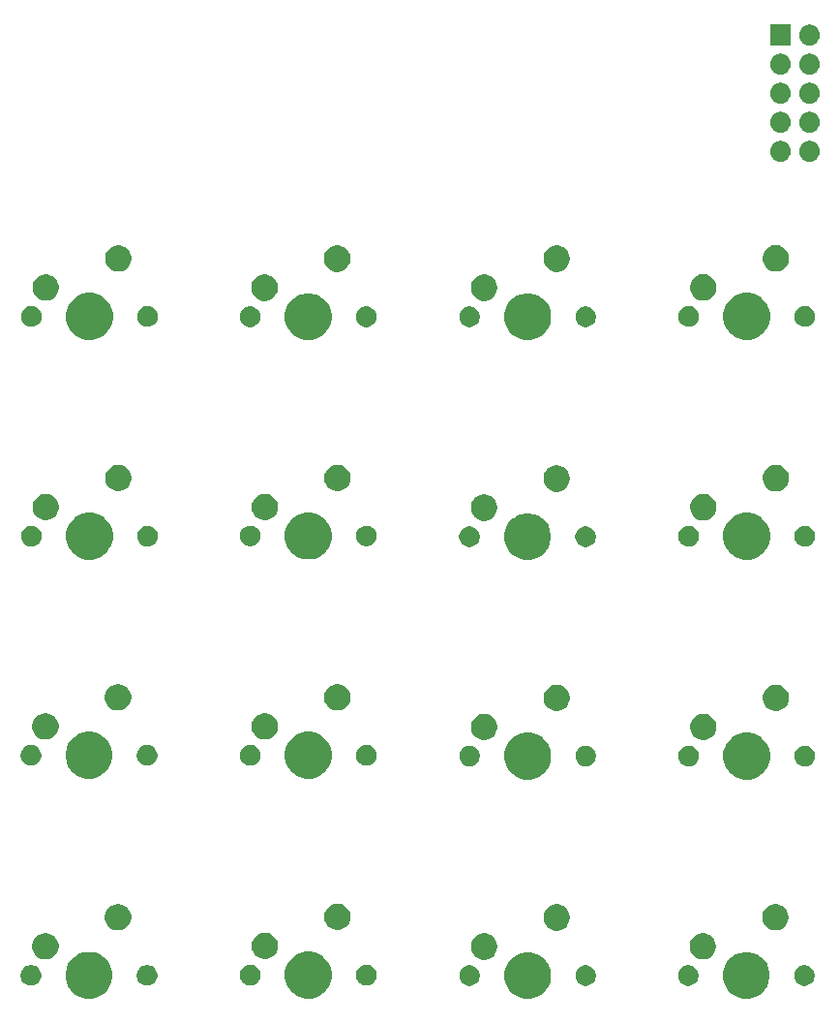
<source format=gbr>
G04 #@! TF.GenerationSoftware,KiCad,Pcbnew,5.0.2-bee76a0~70~ubuntu18.10.1*
G04 #@! TF.CreationDate,2019-05-27T16:03:46+10:00*
G04 #@! TF.ProjectId,keyboard,6b657962-6f61-4726-942e-6b696361645f,rev?*
G04 #@! TF.SameCoordinates,Original*
G04 #@! TF.FileFunction,Soldermask,Bot*
G04 #@! TF.FilePolarity,Negative*
%FSLAX46Y46*%
G04 Gerber Fmt 4.6, Leading zero omitted, Abs format (unit mm)*
G04 Created by KiCad (PCBNEW 5.0.2-bee76a0~70~ubuntu18.10.1) date Mon 27 May 2019 16:03:46 AEST*
%MOMM*%
%LPD*%
G01*
G04 APERTURE LIST*
%ADD10C,0.100000*%
G04 APERTURE END LIST*
D10*
G36*
X86378252Y-174737818D02*
X86378254Y-174737819D01*
X86378255Y-174737819D01*
X86751513Y-174892427D01*
X87012606Y-175066884D01*
X87087439Y-175116886D01*
X87373114Y-175402561D01*
X87373116Y-175402564D01*
X87597573Y-175738487D01*
X87743898Y-176091748D01*
X87752182Y-176111748D01*
X87831000Y-176507993D01*
X87831000Y-176912007D01*
X87754171Y-177298255D01*
X87752181Y-177308255D01*
X87597573Y-177681513D01*
X87597572Y-177681514D01*
X87373114Y-178017439D01*
X87087439Y-178303114D01*
X87087436Y-178303116D01*
X86751513Y-178527573D01*
X86378255Y-178682181D01*
X86378254Y-178682181D01*
X86378252Y-178682182D01*
X85982007Y-178761000D01*
X85577993Y-178761000D01*
X85181748Y-178682182D01*
X85181746Y-178682181D01*
X85181745Y-178682181D01*
X84808487Y-178527573D01*
X84472564Y-178303116D01*
X84472561Y-178303114D01*
X84186886Y-178017439D01*
X83962428Y-177681514D01*
X83962427Y-177681513D01*
X83807819Y-177308255D01*
X83805830Y-177298255D01*
X83729000Y-176912007D01*
X83729000Y-176507993D01*
X83807818Y-176111748D01*
X83816102Y-176091748D01*
X83962427Y-175738487D01*
X84186884Y-175402564D01*
X84186886Y-175402561D01*
X84472561Y-175116886D01*
X84547394Y-175066884D01*
X84808487Y-174892427D01*
X85181745Y-174737819D01*
X85181746Y-174737819D01*
X85181748Y-174737818D01*
X85577993Y-174659000D01*
X85982007Y-174659000D01*
X86378252Y-174737818D01*
X86378252Y-174737818D01*
G37*
G36*
X105508252Y-174727818D02*
X105508254Y-174727819D01*
X105508255Y-174727819D01*
X105881513Y-174882427D01*
X106157572Y-175066884D01*
X106217439Y-175106886D01*
X106503114Y-175392561D01*
X106503116Y-175392564D01*
X106727573Y-175728487D01*
X106878039Y-176091745D01*
X106882182Y-176101748D01*
X106961000Y-176497993D01*
X106961000Y-176902007D01*
X106884171Y-177288255D01*
X106882181Y-177298255D01*
X106727573Y-177671513D01*
X106529843Y-177967436D01*
X106503114Y-178007439D01*
X106217439Y-178293114D01*
X106217436Y-178293116D01*
X105881513Y-178517573D01*
X105508255Y-178672181D01*
X105508254Y-178672181D01*
X105508252Y-178672182D01*
X105112007Y-178751000D01*
X104707993Y-178751000D01*
X104311748Y-178672182D01*
X104311746Y-178672181D01*
X104311745Y-178672181D01*
X103938487Y-178517573D01*
X103602564Y-178293116D01*
X103602561Y-178293114D01*
X103316886Y-178007439D01*
X103290157Y-177967436D01*
X103092427Y-177671513D01*
X102937819Y-177298255D01*
X102935830Y-177288255D01*
X102859000Y-176902007D01*
X102859000Y-176497993D01*
X102937818Y-176101748D01*
X102941961Y-176091745D01*
X103092427Y-175728487D01*
X103316884Y-175392564D01*
X103316886Y-175392561D01*
X103602561Y-175106886D01*
X103662428Y-175066884D01*
X103938487Y-174882427D01*
X104311745Y-174727819D01*
X104311746Y-174727819D01*
X104311748Y-174727818D01*
X104707993Y-174649000D01*
X105112007Y-174649000D01*
X105508252Y-174727818D01*
X105508252Y-174727818D01*
G37*
G36*
X47998252Y-174717818D02*
X47998254Y-174717819D01*
X47998255Y-174717819D01*
X48371513Y-174872427D01*
X48658279Y-175064038D01*
X48707439Y-175096886D01*
X48993114Y-175382561D01*
X48993116Y-175382564D01*
X49217573Y-175718487D01*
X49372181Y-176091745D01*
X49372182Y-176091748D01*
X49451000Y-176487993D01*
X49451000Y-176892007D01*
X49372957Y-177284357D01*
X49372181Y-177288255D01*
X49217573Y-177661513D01*
X49013161Y-177967436D01*
X48993114Y-177997439D01*
X48707439Y-178283114D01*
X48707436Y-178283116D01*
X48371513Y-178507573D01*
X47998255Y-178662181D01*
X47998254Y-178662181D01*
X47998252Y-178662182D01*
X47602007Y-178741000D01*
X47197993Y-178741000D01*
X46801748Y-178662182D01*
X46801746Y-178662181D01*
X46801745Y-178662181D01*
X46428487Y-178507573D01*
X46092564Y-178283116D01*
X46092561Y-178283114D01*
X45806886Y-177997439D01*
X45786839Y-177967436D01*
X45582427Y-177661513D01*
X45427819Y-177288255D01*
X45427044Y-177284357D01*
X45349000Y-176892007D01*
X45349000Y-176487993D01*
X45427818Y-176091748D01*
X45427819Y-176091745D01*
X45582427Y-175718487D01*
X45806884Y-175382564D01*
X45806886Y-175382561D01*
X46092561Y-175096886D01*
X46141721Y-175064038D01*
X46428487Y-174872427D01*
X46801745Y-174717819D01*
X46801746Y-174717819D01*
X46801748Y-174717818D01*
X47197993Y-174639000D01*
X47602007Y-174639000D01*
X47998252Y-174717818D01*
X47998252Y-174717818D01*
G37*
G36*
X67188252Y-174687818D02*
X67188254Y-174687819D01*
X67188255Y-174687819D01*
X67561513Y-174842427D01*
X67863245Y-175044038D01*
X67897439Y-175066886D01*
X68183114Y-175352561D01*
X68183116Y-175352564D01*
X68407573Y-175688487D01*
X68562181Y-176061745D01*
X68562182Y-176061748D01*
X68641000Y-176457993D01*
X68641000Y-176862007D01*
X68566936Y-177234354D01*
X68562181Y-177258255D01*
X68407573Y-177631513D01*
X68387527Y-177661514D01*
X68183114Y-177967439D01*
X67897439Y-178253114D01*
X67897436Y-178253116D01*
X67561513Y-178477573D01*
X67188255Y-178632181D01*
X67188254Y-178632181D01*
X67188252Y-178632182D01*
X66792007Y-178711000D01*
X66387993Y-178711000D01*
X65991748Y-178632182D01*
X65991746Y-178632181D01*
X65991745Y-178632181D01*
X65618487Y-178477573D01*
X65282564Y-178253116D01*
X65282561Y-178253114D01*
X64996886Y-177967439D01*
X64792473Y-177661514D01*
X64772427Y-177631513D01*
X64617819Y-177258255D01*
X64613065Y-177234354D01*
X64539000Y-176862007D01*
X64539000Y-176457993D01*
X64617818Y-176061748D01*
X64617819Y-176061745D01*
X64772427Y-175688487D01*
X64996884Y-175352564D01*
X64996886Y-175352561D01*
X65282561Y-175066886D01*
X65316755Y-175044038D01*
X65618487Y-174842427D01*
X65991745Y-174687819D01*
X65991746Y-174687819D01*
X65991748Y-174687818D01*
X66387993Y-174609000D01*
X66792007Y-174609000D01*
X67188252Y-174687818D01*
X67188252Y-174687818D01*
G37*
G36*
X80962812Y-175843624D02*
X81126784Y-175911544D01*
X81274354Y-176010147D01*
X81399853Y-176135646D01*
X81498456Y-176283216D01*
X81566376Y-176447188D01*
X81601000Y-176621259D01*
X81601000Y-176798741D01*
X81566376Y-176972812D01*
X81498456Y-177136784D01*
X81399853Y-177284354D01*
X81274354Y-177409853D01*
X81126784Y-177508456D01*
X80962812Y-177576376D01*
X80788741Y-177611000D01*
X80611259Y-177611000D01*
X80437188Y-177576376D01*
X80273216Y-177508456D01*
X80125646Y-177409853D01*
X80000147Y-177284354D01*
X79901544Y-177136784D01*
X79833624Y-176972812D01*
X79799000Y-176798741D01*
X79799000Y-176621259D01*
X79833624Y-176447188D01*
X79901544Y-176283216D01*
X80000147Y-176135646D01*
X80125646Y-176010147D01*
X80273216Y-175911544D01*
X80437188Y-175843624D01*
X80611259Y-175809000D01*
X80788741Y-175809000D01*
X80962812Y-175843624D01*
X80962812Y-175843624D01*
G37*
G36*
X91122812Y-175843624D02*
X91286784Y-175911544D01*
X91434354Y-176010147D01*
X91559853Y-176135646D01*
X91658456Y-176283216D01*
X91726376Y-176447188D01*
X91761000Y-176621259D01*
X91761000Y-176798741D01*
X91726376Y-176972812D01*
X91658456Y-177136784D01*
X91559853Y-177284354D01*
X91434354Y-177409853D01*
X91286784Y-177508456D01*
X91122812Y-177576376D01*
X90948741Y-177611000D01*
X90771259Y-177611000D01*
X90597188Y-177576376D01*
X90433216Y-177508456D01*
X90285646Y-177409853D01*
X90160147Y-177284354D01*
X90061544Y-177136784D01*
X89993624Y-176972812D01*
X89959000Y-176798741D01*
X89959000Y-176621259D01*
X89993624Y-176447188D01*
X90061544Y-176283216D01*
X90160147Y-176135646D01*
X90285646Y-176010147D01*
X90433216Y-175911544D01*
X90597188Y-175843624D01*
X90771259Y-175809000D01*
X90948741Y-175809000D01*
X91122812Y-175843624D01*
X91122812Y-175843624D01*
G37*
G36*
X110252812Y-175833624D02*
X110416784Y-175901544D01*
X110564354Y-176000147D01*
X110689853Y-176125646D01*
X110788456Y-176273216D01*
X110856376Y-176437188D01*
X110891000Y-176611259D01*
X110891000Y-176788741D01*
X110856376Y-176962812D01*
X110788456Y-177126784D01*
X110689853Y-177274354D01*
X110564354Y-177399853D01*
X110416784Y-177498456D01*
X110252812Y-177566376D01*
X110078741Y-177601000D01*
X109901259Y-177601000D01*
X109727188Y-177566376D01*
X109563216Y-177498456D01*
X109415646Y-177399853D01*
X109290147Y-177274354D01*
X109191544Y-177126784D01*
X109123624Y-176962812D01*
X109089000Y-176788741D01*
X109089000Y-176611259D01*
X109123624Y-176437188D01*
X109191544Y-176273216D01*
X109290147Y-176125646D01*
X109415646Y-176000147D01*
X109563216Y-175901544D01*
X109727188Y-175833624D01*
X109901259Y-175799000D01*
X110078741Y-175799000D01*
X110252812Y-175833624D01*
X110252812Y-175833624D01*
G37*
G36*
X100092812Y-175833624D02*
X100256784Y-175901544D01*
X100404354Y-176000147D01*
X100529853Y-176125646D01*
X100628456Y-176273216D01*
X100696376Y-176437188D01*
X100731000Y-176611259D01*
X100731000Y-176788741D01*
X100696376Y-176962812D01*
X100628456Y-177126784D01*
X100529853Y-177274354D01*
X100404354Y-177399853D01*
X100256784Y-177498456D01*
X100092812Y-177566376D01*
X99918741Y-177601000D01*
X99741259Y-177601000D01*
X99567188Y-177566376D01*
X99403216Y-177498456D01*
X99255646Y-177399853D01*
X99130147Y-177274354D01*
X99031544Y-177126784D01*
X98963624Y-176962812D01*
X98929000Y-176788741D01*
X98929000Y-176611259D01*
X98963624Y-176437188D01*
X99031544Y-176273216D01*
X99130147Y-176125646D01*
X99255646Y-176000147D01*
X99403216Y-175901544D01*
X99567188Y-175833624D01*
X99741259Y-175799000D01*
X99918741Y-175799000D01*
X100092812Y-175833624D01*
X100092812Y-175833624D01*
G37*
G36*
X52742812Y-175823624D02*
X52906784Y-175891544D01*
X53054354Y-175990147D01*
X53179853Y-176115646D01*
X53278456Y-176263216D01*
X53346376Y-176427188D01*
X53381000Y-176601259D01*
X53381000Y-176778741D01*
X53346376Y-176952812D01*
X53278456Y-177116784D01*
X53179853Y-177264354D01*
X53054354Y-177389853D01*
X52906784Y-177488456D01*
X52742812Y-177556376D01*
X52568741Y-177591000D01*
X52391259Y-177591000D01*
X52217188Y-177556376D01*
X52053216Y-177488456D01*
X51905646Y-177389853D01*
X51780147Y-177264354D01*
X51681544Y-177116784D01*
X51613624Y-176952812D01*
X51579000Y-176778741D01*
X51579000Y-176601259D01*
X51613624Y-176427188D01*
X51681544Y-176263216D01*
X51780147Y-176115646D01*
X51905646Y-175990147D01*
X52053216Y-175891544D01*
X52217188Y-175823624D01*
X52391259Y-175789000D01*
X52568741Y-175789000D01*
X52742812Y-175823624D01*
X52742812Y-175823624D01*
G37*
G36*
X42582812Y-175823624D02*
X42746784Y-175891544D01*
X42894354Y-175990147D01*
X43019853Y-176115646D01*
X43118456Y-176263216D01*
X43186376Y-176427188D01*
X43221000Y-176601259D01*
X43221000Y-176778741D01*
X43186376Y-176952812D01*
X43118456Y-177116784D01*
X43019853Y-177264354D01*
X42894354Y-177389853D01*
X42746784Y-177488456D01*
X42582812Y-177556376D01*
X42408741Y-177591000D01*
X42231259Y-177591000D01*
X42057188Y-177556376D01*
X41893216Y-177488456D01*
X41745646Y-177389853D01*
X41620147Y-177264354D01*
X41521544Y-177116784D01*
X41453624Y-176952812D01*
X41419000Y-176778741D01*
X41419000Y-176601259D01*
X41453624Y-176427188D01*
X41521544Y-176263216D01*
X41620147Y-176115646D01*
X41745646Y-175990147D01*
X41893216Y-175891544D01*
X42057188Y-175823624D01*
X42231259Y-175789000D01*
X42408741Y-175789000D01*
X42582812Y-175823624D01*
X42582812Y-175823624D01*
G37*
G36*
X71932812Y-175793624D02*
X72096784Y-175861544D01*
X72244354Y-175960147D01*
X72369853Y-176085646D01*
X72468456Y-176233216D01*
X72536376Y-176397188D01*
X72571000Y-176571259D01*
X72571000Y-176748741D01*
X72536376Y-176922812D01*
X72468456Y-177086784D01*
X72369853Y-177234354D01*
X72244354Y-177359853D01*
X72096784Y-177458456D01*
X71932812Y-177526376D01*
X71758741Y-177561000D01*
X71581259Y-177561000D01*
X71407188Y-177526376D01*
X71243216Y-177458456D01*
X71095646Y-177359853D01*
X70970147Y-177234354D01*
X70871544Y-177086784D01*
X70803624Y-176922812D01*
X70769000Y-176748741D01*
X70769000Y-176571259D01*
X70803624Y-176397188D01*
X70871544Y-176233216D01*
X70970147Y-176085646D01*
X71095646Y-175960147D01*
X71243216Y-175861544D01*
X71407188Y-175793624D01*
X71581259Y-175759000D01*
X71758741Y-175759000D01*
X71932812Y-175793624D01*
X71932812Y-175793624D01*
G37*
G36*
X61772812Y-175793624D02*
X61936784Y-175861544D01*
X62084354Y-175960147D01*
X62209853Y-176085646D01*
X62308456Y-176233216D01*
X62376376Y-176397188D01*
X62411000Y-176571259D01*
X62411000Y-176748741D01*
X62376376Y-176922812D01*
X62308456Y-177086784D01*
X62209853Y-177234354D01*
X62084354Y-177359853D01*
X61936784Y-177458456D01*
X61772812Y-177526376D01*
X61598741Y-177561000D01*
X61421259Y-177561000D01*
X61247188Y-177526376D01*
X61083216Y-177458456D01*
X60935646Y-177359853D01*
X60810147Y-177234354D01*
X60711544Y-177086784D01*
X60643624Y-176922812D01*
X60609000Y-176748741D01*
X60609000Y-176571259D01*
X60643624Y-176397188D01*
X60711544Y-176233216D01*
X60810147Y-176085646D01*
X60935646Y-175960147D01*
X61083216Y-175861544D01*
X61247188Y-175793624D01*
X61421259Y-175759000D01*
X61598741Y-175759000D01*
X61772812Y-175793624D01*
X61772812Y-175793624D01*
G37*
G36*
X82305734Y-173063232D02*
X82515202Y-173149996D01*
X82703723Y-173275962D01*
X82864038Y-173436277D01*
X82990004Y-173624798D01*
X83076768Y-173834266D01*
X83121000Y-174056635D01*
X83121000Y-174283365D01*
X83076768Y-174505734D01*
X82990004Y-174715202D01*
X82864038Y-174903723D01*
X82703723Y-175064038D01*
X82515202Y-175190004D01*
X82305734Y-175276768D01*
X82083365Y-175321000D01*
X81856635Y-175321000D01*
X81634266Y-175276768D01*
X81424798Y-175190004D01*
X81236277Y-175064038D01*
X81075962Y-174903723D01*
X80949996Y-174715202D01*
X80863232Y-174505734D01*
X80819000Y-174283365D01*
X80819000Y-174056635D01*
X80863232Y-173834266D01*
X80949996Y-173624798D01*
X81075962Y-173436277D01*
X81236277Y-173275962D01*
X81424798Y-173149996D01*
X81634266Y-173063232D01*
X81856635Y-173019000D01*
X82083365Y-173019000D01*
X82305734Y-173063232D01*
X82305734Y-173063232D01*
G37*
G36*
X101435734Y-173053232D02*
X101645202Y-173139996D01*
X101833723Y-173265962D01*
X101994038Y-173426277D01*
X102120004Y-173614798D01*
X102206768Y-173824266D01*
X102251000Y-174046635D01*
X102251000Y-174273365D01*
X102206768Y-174495734D01*
X102120004Y-174705202D01*
X101994038Y-174893723D01*
X101833723Y-175054038D01*
X101645202Y-175180004D01*
X101435734Y-175266768D01*
X101213365Y-175311000D01*
X100986635Y-175311000D01*
X100764266Y-175266768D01*
X100554798Y-175180004D01*
X100366277Y-175054038D01*
X100205962Y-174893723D01*
X100079996Y-174705202D01*
X99993232Y-174495734D01*
X99949000Y-174273365D01*
X99949000Y-174046635D01*
X99993232Y-173824266D01*
X100079996Y-173614798D01*
X100205962Y-173426277D01*
X100366277Y-173265962D01*
X100554798Y-173139996D01*
X100764266Y-173053232D01*
X100986635Y-173009000D01*
X101213365Y-173009000D01*
X101435734Y-173053232D01*
X101435734Y-173053232D01*
G37*
G36*
X43925734Y-173043232D02*
X44135202Y-173129996D01*
X44323723Y-173255962D01*
X44484038Y-173416277D01*
X44610004Y-173604798D01*
X44696768Y-173814266D01*
X44741000Y-174036635D01*
X44741000Y-174263365D01*
X44696768Y-174485734D01*
X44610004Y-174695202D01*
X44484038Y-174883723D01*
X44323723Y-175044038D01*
X44135202Y-175170004D01*
X43925734Y-175256768D01*
X43703365Y-175301000D01*
X43476635Y-175301000D01*
X43254266Y-175256768D01*
X43044798Y-175170004D01*
X42856277Y-175044038D01*
X42695962Y-174883723D01*
X42569996Y-174695202D01*
X42483232Y-174485734D01*
X42439000Y-174263365D01*
X42439000Y-174036635D01*
X42483232Y-173814266D01*
X42569996Y-173604798D01*
X42695962Y-173416277D01*
X42856277Y-173255962D01*
X43044798Y-173129996D01*
X43254266Y-173043232D01*
X43476635Y-172999000D01*
X43703365Y-172999000D01*
X43925734Y-173043232D01*
X43925734Y-173043232D01*
G37*
G36*
X63115734Y-173013232D02*
X63325202Y-173099996D01*
X63513723Y-173225962D01*
X63674038Y-173386277D01*
X63800004Y-173574798D01*
X63886768Y-173784266D01*
X63931000Y-174006635D01*
X63931000Y-174233365D01*
X63886768Y-174455734D01*
X63800004Y-174665202D01*
X63674038Y-174853723D01*
X63513723Y-175014038D01*
X63325202Y-175140004D01*
X63115734Y-175226768D01*
X62893365Y-175271000D01*
X62666635Y-175271000D01*
X62444266Y-175226768D01*
X62234798Y-175140004D01*
X62046277Y-175014038D01*
X61885962Y-174853723D01*
X61759996Y-174665202D01*
X61673232Y-174455734D01*
X61629000Y-174233365D01*
X61629000Y-174006635D01*
X61673232Y-173784266D01*
X61759996Y-173574798D01*
X61885962Y-173386277D01*
X62046277Y-173225962D01*
X62234798Y-173099996D01*
X62444266Y-173013232D01*
X62666635Y-172969000D01*
X62893365Y-172969000D01*
X63115734Y-173013232D01*
X63115734Y-173013232D01*
G37*
G36*
X88655734Y-170523232D02*
X88865202Y-170609996D01*
X89053723Y-170735962D01*
X89214038Y-170896277D01*
X89340004Y-171084798D01*
X89426768Y-171294266D01*
X89471000Y-171516635D01*
X89471000Y-171743365D01*
X89426768Y-171965734D01*
X89340004Y-172175202D01*
X89214038Y-172363723D01*
X89053723Y-172524038D01*
X88865202Y-172650004D01*
X88655734Y-172736768D01*
X88433365Y-172781000D01*
X88206635Y-172781000D01*
X87984266Y-172736768D01*
X87774798Y-172650004D01*
X87586277Y-172524038D01*
X87425962Y-172363723D01*
X87299996Y-172175202D01*
X87213232Y-171965734D01*
X87169000Y-171743365D01*
X87169000Y-171516635D01*
X87213232Y-171294266D01*
X87299996Y-171084798D01*
X87425962Y-170896277D01*
X87586277Y-170735962D01*
X87774798Y-170609996D01*
X87984266Y-170523232D01*
X88206635Y-170479000D01*
X88433365Y-170479000D01*
X88655734Y-170523232D01*
X88655734Y-170523232D01*
G37*
G36*
X107785734Y-170513232D02*
X107995202Y-170599996D01*
X108183723Y-170725962D01*
X108344038Y-170886277D01*
X108470004Y-171074798D01*
X108556768Y-171284266D01*
X108601000Y-171506635D01*
X108601000Y-171733365D01*
X108556768Y-171955734D01*
X108470004Y-172165202D01*
X108344038Y-172353723D01*
X108183723Y-172514038D01*
X107995202Y-172640004D01*
X107785734Y-172726768D01*
X107563365Y-172771000D01*
X107336635Y-172771000D01*
X107114266Y-172726768D01*
X106904798Y-172640004D01*
X106716277Y-172514038D01*
X106555962Y-172353723D01*
X106429996Y-172165202D01*
X106343232Y-171955734D01*
X106299000Y-171733365D01*
X106299000Y-171506635D01*
X106343232Y-171284266D01*
X106429996Y-171074798D01*
X106555962Y-170886277D01*
X106716277Y-170725962D01*
X106904798Y-170599996D01*
X107114266Y-170513232D01*
X107336635Y-170469000D01*
X107563365Y-170469000D01*
X107785734Y-170513232D01*
X107785734Y-170513232D01*
G37*
G36*
X50275734Y-170503232D02*
X50485202Y-170589996D01*
X50673723Y-170715962D01*
X50834038Y-170876277D01*
X50960004Y-171064798D01*
X51046768Y-171274266D01*
X51091000Y-171496635D01*
X51091000Y-171723365D01*
X51046768Y-171945734D01*
X50960004Y-172155202D01*
X50834038Y-172343723D01*
X50673723Y-172504038D01*
X50485202Y-172630004D01*
X50275734Y-172716768D01*
X50053365Y-172761000D01*
X49826635Y-172761000D01*
X49604266Y-172716768D01*
X49394798Y-172630004D01*
X49206277Y-172504038D01*
X49045962Y-172343723D01*
X48919996Y-172155202D01*
X48833232Y-171945734D01*
X48789000Y-171723365D01*
X48789000Y-171496635D01*
X48833232Y-171274266D01*
X48919996Y-171064798D01*
X49045962Y-170876277D01*
X49206277Y-170715962D01*
X49394798Y-170589996D01*
X49604266Y-170503232D01*
X49826635Y-170459000D01*
X50053365Y-170459000D01*
X50275734Y-170503232D01*
X50275734Y-170503232D01*
G37*
G36*
X69465734Y-170473232D02*
X69675202Y-170559996D01*
X69863723Y-170685962D01*
X70024038Y-170846277D01*
X70150004Y-171034798D01*
X70236768Y-171244266D01*
X70281000Y-171466635D01*
X70281000Y-171693365D01*
X70236768Y-171915734D01*
X70150004Y-172125202D01*
X70024038Y-172313723D01*
X69863723Y-172474038D01*
X69675202Y-172600004D01*
X69465734Y-172686768D01*
X69243365Y-172731000D01*
X69016635Y-172731000D01*
X68794266Y-172686768D01*
X68584798Y-172600004D01*
X68396277Y-172474038D01*
X68235962Y-172313723D01*
X68109996Y-172125202D01*
X68023232Y-171915734D01*
X67979000Y-171693365D01*
X67979000Y-171466635D01*
X68023232Y-171244266D01*
X68109996Y-171034798D01*
X68235962Y-170846277D01*
X68396277Y-170685962D01*
X68584798Y-170559996D01*
X68794266Y-170473232D01*
X69016635Y-170429000D01*
X69243365Y-170429000D01*
X69465734Y-170473232D01*
X69465734Y-170473232D01*
G37*
G36*
X105548252Y-155547818D02*
X105548254Y-155547819D01*
X105548255Y-155547819D01*
X105921513Y-155702427D01*
X106252905Y-155923857D01*
X106257439Y-155926886D01*
X106543114Y-156212561D01*
X106543116Y-156212564D01*
X106767573Y-156548487D01*
X106907227Y-156885643D01*
X106922182Y-156921748D01*
X107001000Y-157317993D01*
X107001000Y-157722007D01*
X106926936Y-158094354D01*
X106922181Y-158118255D01*
X106767573Y-158491513D01*
X106767572Y-158491514D01*
X106543114Y-158827439D01*
X106257439Y-159113114D01*
X106257436Y-159113116D01*
X105921513Y-159337573D01*
X105548255Y-159492181D01*
X105548254Y-159492181D01*
X105548252Y-159492182D01*
X105152007Y-159571000D01*
X104747993Y-159571000D01*
X104351748Y-159492182D01*
X104351746Y-159492181D01*
X104351745Y-159492181D01*
X103978487Y-159337573D01*
X103642564Y-159113116D01*
X103642561Y-159113114D01*
X103356886Y-158827439D01*
X103132428Y-158491514D01*
X103132427Y-158491513D01*
X102977819Y-158118255D01*
X102973065Y-158094354D01*
X102899000Y-157722007D01*
X102899000Y-157317993D01*
X102977818Y-156921748D01*
X102992773Y-156885643D01*
X103132427Y-156548487D01*
X103356884Y-156212564D01*
X103356886Y-156212561D01*
X103642561Y-155926886D01*
X103647095Y-155923857D01*
X103978487Y-155702427D01*
X104351745Y-155547819D01*
X104351746Y-155547819D01*
X104351748Y-155547818D01*
X104747993Y-155469000D01*
X105152007Y-155469000D01*
X105548252Y-155547818D01*
X105548252Y-155547818D01*
G37*
G36*
X86378252Y-155547818D02*
X86378254Y-155547819D01*
X86378255Y-155547819D01*
X86751513Y-155702427D01*
X87082905Y-155923857D01*
X87087439Y-155926886D01*
X87373114Y-156212561D01*
X87373116Y-156212564D01*
X87597573Y-156548487D01*
X87737227Y-156885643D01*
X87752182Y-156921748D01*
X87831000Y-157317993D01*
X87831000Y-157722007D01*
X87756936Y-158094354D01*
X87752181Y-158118255D01*
X87597573Y-158491513D01*
X87597572Y-158491514D01*
X87373114Y-158827439D01*
X87087439Y-159113114D01*
X87087436Y-159113116D01*
X86751513Y-159337573D01*
X86378255Y-159492181D01*
X86378254Y-159492181D01*
X86378252Y-159492182D01*
X85982007Y-159571000D01*
X85577993Y-159571000D01*
X85181748Y-159492182D01*
X85181746Y-159492181D01*
X85181745Y-159492181D01*
X84808487Y-159337573D01*
X84472564Y-159113116D01*
X84472561Y-159113114D01*
X84186886Y-158827439D01*
X83962428Y-158491514D01*
X83962427Y-158491513D01*
X83807819Y-158118255D01*
X83803065Y-158094354D01*
X83729000Y-157722007D01*
X83729000Y-157317993D01*
X83807818Y-156921748D01*
X83822773Y-156885643D01*
X83962427Y-156548487D01*
X84186884Y-156212564D01*
X84186886Y-156212561D01*
X84472561Y-155926886D01*
X84477095Y-155923857D01*
X84808487Y-155702427D01*
X85181745Y-155547819D01*
X85181746Y-155547819D01*
X85181748Y-155547818D01*
X85577993Y-155469000D01*
X85982007Y-155469000D01*
X86378252Y-155547818D01*
X86378252Y-155547818D01*
G37*
G36*
X67188252Y-155487818D02*
X67188254Y-155487819D01*
X67188255Y-155487819D01*
X67561513Y-155642427D01*
X67892905Y-155863857D01*
X67897439Y-155866886D01*
X68183114Y-156152561D01*
X68183116Y-156152564D01*
X68407573Y-156488487D01*
X68544952Y-156820150D01*
X68562182Y-156861748D01*
X68641000Y-157257993D01*
X68641000Y-157662007D01*
X68566936Y-158034354D01*
X68562181Y-158058255D01*
X68407573Y-158431513D01*
X68186143Y-158762905D01*
X68183114Y-158767439D01*
X67897439Y-159053114D01*
X67897436Y-159053116D01*
X67561513Y-159277573D01*
X67188255Y-159432181D01*
X67188254Y-159432181D01*
X67188252Y-159432182D01*
X66792007Y-159511000D01*
X66387993Y-159511000D01*
X65991748Y-159432182D01*
X65991746Y-159432181D01*
X65991745Y-159432181D01*
X65618487Y-159277573D01*
X65282564Y-159053116D01*
X65282561Y-159053114D01*
X64996886Y-158767439D01*
X64993857Y-158762905D01*
X64772427Y-158431513D01*
X64617819Y-158058255D01*
X64613065Y-158034354D01*
X64539000Y-157662007D01*
X64539000Y-157257993D01*
X64617818Y-156861748D01*
X64635048Y-156820150D01*
X64772427Y-156488487D01*
X64996884Y-156152564D01*
X64996886Y-156152561D01*
X65282561Y-155866886D01*
X65287095Y-155863857D01*
X65618487Y-155642427D01*
X65991745Y-155487819D01*
X65991746Y-155487819D01*
X65991748Y-155487818D01*
X66387993Y-155409000D01*
X66792007Y-155409000D01*
X67188252Y-155487818D01*
X67188252Y-155487818D01*
G37*
G36*
X47998252Y-155487818D02*
X47998254Y-155487819D01*
X47998255Y-155487819D01*
X48371513Y-155642427D01*
X48702905Y-155863857D01*
X48707439Y-155866886D01*
X48993114Y-156152561D01*
X48993116Y-156152564D01*
X49217573Y-156488487D01*
X49354952Y-156820150D01*
X49372182Y-156861748D01*
X49451000Y-157257993D01*
X49451000Y-157662007D01*
X49376936Y-158034354D01*
X49372181Y-158058255D01*
X49217573Y-158431513D01*
X48996143Y-158762905D01*
X48993114Y-158767439D01*
X48707439Y-159053114D01*
X48707436Y-159053116D01*
X48371513Y-159277573D01*
X47998255Y-159432181D01*
X47998254Y-159432181D01*
X47998252Y-159432182D01*
X47602007Y-159511000D01*
X47197993Y-159511000D01*
X46801748Y-159432182D01*
X46801746Y-159432181D01*
X46801745Y-159432181D01*
X46428487Y-159277573D01*
X46092564Y-159053116D01*
X46092561Y-159053114D01*
X45806886Y-158767439D01*
X45803857Y-158762905D01*
X45582427Y-158431513D01*
X45427819Y-158058255D01*
X45423065Y-158034354D01*
X45349000Y-157662007D01*
X45349000Y-157257993D01*
X45427818Y-156861748D01*
X45445048Y-156820150D01*
X45582427Y-156488487D01*
X45806884Y-156152564D01*
X45806886Y-156152561D01*
X46092561Y-155866886D01*
X46097095Y-155863857D01*
X46428487Y-155642427D01*
X46801745Y-155487819D01*
X46801746Y-155487819D01*
X46801748Y-155487818D01*
X47197993Y-155409000D01*
X47602007Y-155409000D01*
X47998252Y-155487818D01*
X47998252Y-155487818D01*
G37*
G36*
X91122812Y-156653624D02*
X91286784Y-156721544D01*
X91434354Y-156820147D01*
X91559853Y-156945646D01*
X91658456Y-157093216D01*
X91726376Y-157257188D01*
X91761000Y-157431259D01*
X91761000Y-157608741D01*
X91726376Y-157782812D01*
X91658456Y-157946784D01*
X91559853Y-158094354D01*
X91434354Y-158219853D01*
X91286784Y-158318456D01*
X91122812Y-158386376D01*
X90948741Y-158421000D01*
X90771259Y-158421000D01*
X90597188Y-158386376D01*
X90433216Y-158318456D01*
X90285646Y-158219853D01*
X90160147Y-158094354D01*
X90061544Y-157946784D01*
X89993624Y-157782812D01*
X89959000Y-157608741D01*
X89959000Y-157431259D01*
X89993624Y-157257188D01*
X90061544Y-157093216D01*
X90160147Y-156945646D01*
X90285646Y-156820147D01*
X90433216Y-156721544D01*
X90597188Y-156653624D01*
X90771259Y-156619000D01*
X90948741Y-156619000D01*
X91122812Y-156653624D01*
X91122812Y-156653624D01*
G37*
G36*
X80962812Y-156653624D02*
X81126784Y-156721544D01*
X81274354Y-156820147D01*
X81399853Y-156945646D01*
X81498456Y-157093216D01*
X81566376Y-157257188D01*
X81601000Y-157431259D01*
X81601000Y-157608741D01*
X81566376Y-157782812D01*
X81498456Y-157946784D01*
X81399853Y-158094354D01*
X81274354Y-158219853D01*
X81126784Y-158318456D01*
X80962812Y-158386376D01*
X80788741Y-158421000D01*
X80611259Y-158421000D01*
X80437188Y-158386376D01*
X80273216Y-158318456D01*
X80125646Y-158219853D01*
X80000147Y-158094354D01*
X79901544Y-157946784D01*
X79833624Y-157782812D01*
X79799000Y-157608741D01*
X79799000Y-157431259D01*
X79833624Y-157257188D01*
X79901544Y-157093216D01*
X80000147Y-156945646D01*
X80125646Y-156820147D01*
X80273216Y-156721544D01*
X80437188Y-156653624D01*
X80611259Y-156619000D01*
X80788741Y-156619000D01*
X80962812Y-156653624D01*
X80962812Y-156653624D01*
G37*
G36*
X110292812Y-156653624D02*
X110456784Y-156721544D01*
X110604354Y-156820147D01*
X110729853Y-156945646D01*
X110828456Y-157093216D01*
X110896376Y-157257188D01*
X110931000Y-157431259D01*
X110931000Y-157608741D01*
X110896376Y-157782812D01*
X110828456Y-157946784D01*
X110729853Y-158094354D01*
X110604354Y-158219853D01*
X110456784Y-158318456D01*
X110292812Y-158386376D01*
X110118741Y-158421000D01*
X109941259Y-158421000D01*
X109767188Y-158386376D01*
X109603216Y-158318456D01*
X109455646Y-158219853D01*
X109330147Y-158094354D01*
X109231544Y-157946784D01*
X109163624Y-157782812D01*
X109129000Y-157608741D01*
X109129000Y-157431259D01*
X109163624Y-157257188D01*
X109231544Y-157093216D01*
X109330147Y-156945646D01*
X109455646Y-156820147D01*
X109603216Y-156721544D01*
X109767188Y-156653624D01*
X109941259Y-156619000D01*
X110118741Y-156619000D01*
X110292812Y-156653624D01*
X110292812Y-156653624D01*
G37*
G36*
X100132812Y-156653624D02*
X100296784Y-156721544D01*
X100444354Y-156820147D01*
X100569853Y-156945646D01*
X100668456Y-157093216D01*
X100736376Y-157257188D01*
X100771000Y-157431259D01*
X100771000Y-157608741D01*
X100736376Y-157782812D01*
X100668456Y-157946784D01*
X100569853Y-158094354D01*
X100444354Y-158219853D01*
X100296784Y-158318456D01*
X100132812Y-158386376D01*
X99958741Y-158421000D01*
X99781259Y-158421000D01*
X99607188Y-158386376D01*
X99443216Y-158318456D01*
X99295646Y-158219853D01*
X99170147Y-158094354D01*
X99071544Y-157946784D01*
X99003624Y-157782812D01*
X98969000Y-157608741D01*
X98969000Y-157431259D01*
X99003624Y-157257188D01*
X99071544Y-157093216D01*
X99170147Y-156945646D01*
X99295646Y-156820147D01*
X99443216Y-156721544D01*
X99607188Y-156653624D01*
X99781259Y-156619000D01*
X99958741Y-156619000D01*
X100132812Y-156653624D01*
X100132812Y-156653624D01*
G37*
G36*
X42582812Y-156593624D02*
X42746784Y-156661544D01*
X42894354Y-156760147D01*
X43019853Y-156885646D01*
X43118456Y-157033216D01*
X43186376Y-157197188D01*
X43221000Y-157371259D01*
X43221000Y-157548741D01*
X43186376Y-157722812D01*
X43118456Y-157886784D01*
X43019853Y-158034354D01*
X42894354Y-158159853D01*
X42746784Y-158258456D01*
X42582812Y-158326376D01*
X42408741Y-158361000D01*
X42231259Y-158361000D01*
X42057188Y-158326376D01*
X41893216Y-158258456D01*
X41745646Y-158159853D01*
X41620147Y-158034354D01*
X41521544Y-157886784D01*
X41453624Y-157722812D01*
X41419000Y-157548741D01*
X41419000Y-157371259D01*
X41453624Y-157197188D01*
X41521544Y-157033216D01*
X41620147Y-156885646D01*
X41745646Y-156760147D01*
X41893216Y-156661544D01*
X42057188Y-156593624D01*
X42231259Y-156559000D01*
X42408741Y-156559000D01*
X42582812Y-156593624D01*
X42582812Y-156593624D01*
G37*
G36*
X52742812Y-156593624D02*
X52906784Y-156661544D01*
X53054354Y-156760147D01*
X53179853Y-156885646D01*
X53278456Y-157033216D01*
X53346376Y-157197188D01*
X53381000Y-157371259D01*
X53381000Y-157548741D01*
X53346376Y-157722812D01*
X53278456Y-157886784D01*
X53179853Y-158034354D01*
X53054354Y-158159853D01*
X52906784Y-158258456D01*
X52742812Y-158326376D01*
X52568741Y-158361000D01*
X52391259Y-158361000D01*
X52217188Y-158326376D01*
X52053216Y-158258456D01*
X51905646Y-158159853D01*
X51780147Y-158034354D01*
X51681544Y-157886784D01*
X51613624Y-157722812D01*
X51579000Y-157548741D01*
X51579000Y-157371259D01*
X51613624Y-157197188D01*
X51681544Y-157033216D01*
X51780147Y-156885646D01*
X51905646Y-156760147D01*
X52053216Y-156661544D01*
X52217188Y-156593624D01*
X52391259Y-156559000D01*
X52568741Y-156559000D01*
X52742812Y-156593624D01*
X52742812Y-156593624D01*
G37*
G36*
X61772812Y-156593624D02*
X61936784Y-156661544D01*
X62084354Y-156760147D01*
X62209853Y-156885646D01*
X62308456Y-157033216D01*
X62376376Y-157197188D01*
X62411000Y-157371259D01*
X62411000Y-157548741D01*
X62376376Y-157722812D01*
X62308456Y-157886784D01*
X62209853Y-158034354D01*
X62084354Y-158159853D01*
X61936784Y-158258456D01*
X61772812Y-158326376D01*
X61598741Y-158361000D01*
X61421259Y-158361000D01*
X61247188Y-158326376D01*
X61083216Y-158258456D01*
X60935646Y-158159853D01*
X60810147Y-158034354D01*
X60711544Y-157886784D01*
X60643624Y-157722812D01*
X60609000Y-157548741D01*
X60609000Y-157371259D01*
X60643624Y-157197188D01*
X60711544Y-157033216D01*
X60810147Y-156885646D01*
X60935646Y-156760147D01*
X61083216Y-156661544D01*
X61247188Y-156593624D01*
X61421259Y-156559000D01*
X61598741Y-156559000D01*
X61772812Y-156593624D01*
X61772812Y-156593624D01*
G37*
G36*
X71932812Y-156593624D02*
X72096784Y-156661544D01*
X72244354Y-156760147D01*
X72369853Y-156885646D01*
X72468456Y-157033216D01*
X72536376Y-157197188D01*
X72571000Y-157371259D01*
X72571000Y-157548741D01*
X72536376Y-157722812D01*
X72468456Y-157886784D01*
X72369853Y-158034354D01*
X72244354Y-158159853D01*
X72096784Y-158258456D01*
X71932812Y-158326376D01*
X71758741Y-158361000D01*
X71581259Y-158361000D01*
X71407188Y-158326376D01*
X71243216Y-158258456D01*
X71095646Y-158159853D01*
X70970147Y-158034354D01*
X70871544Y-157886784D01*
X70803624Y-157722812D01*
X70769000Y-157548741D01*
X70769000Y-157371259D01*
X70803624Y-157197188D01*
X70871544Y-157033216D01*
X70970147Y-156885646D01*
X71095646Y-156760147D01*
X71243216Y-156661544D01*
X71407188Y-156593624D01*
X71581259Y-156559000D01*
X71758741Y-156559000D01*
X71932812Y-156593624D01*
X71932812Y-156593624D01*
G37*
G36*
X101475734Y-153873232D02*
X101685202Y-153959996D01*
X101873723Y-154085962D01*
X102034038Y-154246277D01*
X102160004Y-154434798D01*
X102246768Y-154644266D01*
X102291000Y-154866635D01*
X102291000Y-155093365D01*
X102246768Y-155315734D01*
X102160004Y-155525202D01*
X102034038Y-155713723D01*
X101873723Y-155874038D01*
X101685202Y-156000004D01*
X101475734Y-156086768D01*
X101253365Y-156131000D01*
X101026635Y-156131000D01*
X100804266Y-156086768D01*
X100594798Y-156000004D01*
X100406277Y-155874038D01*
X100245962Y-155713723D01*
X100119996Y-155525202D01*
X100033232Y-155315734D01*
X99989000Y-155093365D01*
X99989000Y-154866635D01*
X100033232Y-154644266D01*
X100119996Y-154434798D01*
X100245962Y-154246277D01*
X100406277Y-154085962D01*
X100594798Y-153959996D01*
X100804266Y-153873232D01*
X101026635Y-153829000D01*
X101253365Y-153829000D01*
X101475734Y-153873232D01*
X101475734Y-153873232D01*
G37*
G36*
X82305734Y-153873232D02*
X82515202Y-153959996D01*
X82703723Y-154085962D01*
X82864038Y-154246277D01*
X82990004Y-154434798D01*
X83076768Y-154644266D01*
X83121000Y-154866635D01*
X83121000Y-155093365D01*
X83076768Y-155315734D01*
X82990004Y-155525202D01*
X82864038Y-155713723D01*
X82703723Y-155874038D01*
X82515202Y-156000004D01*
X82305734Y-156086768D01*
X82083365Y-156131000D01*
X81856635Y-156131000D01*
X81634266Y-156086768D01*
X81424798Y-156000004D01*
X81236277Y-155874038D01*
X81075962Y-155713723D01*
X80949996Y-155525202D01*
X80863232Y-155315734D01*
X80819000Y-155093365D01*
X80819000Y-154866635D01*
X80863232Y-154644266D01*
X80949996Y-154434798D01*
X81075962Y-154246277D01*
X81236277Y-154085962D01*
X81424798Y-153959996D01*
X81634266Y-153873232D01*
X81856635Y-153829000D01*
X82083365Y-153829000D01*
X82305734Y-153873232D01*
X82305734Y-153873232D01*
G37*
G36*
X63115734Y-153813232D02*
X63325202Y-153899996D01*
X63513723Y-154025962D01*
X63674038Y-154186277D01*
X63800004Y-154374798D01*
X63886768Y-154584266D01*
X63931000Y-154806635D01*
X63931000Y-155033365D01*
X63886768Y-155255734D01*
X63800004Y-155465202D01*
X63674038Y-155653723D01*
X63513723Y-155814038D01*
X63325202Y-155940004D01*
X63115734Y-156026768D01*
X62893365Y-156071000D01*
X62666635Y-156071000D01*
X62444266Y-156026768D01*
X62234798Y-155940004D01*
X62046277Y-155814038D01*
X61885962Y-155653723D01*
X61759996Y-155465202D01*
X61673232Y-155255734D01*
X61629000Y-155033365D01*
X61629000Y-154806635D01*
X61673232Y-154584266D01*
X61759996Y-154374798D01*
X61885962Y-154186277D01*
X62046277Y-154025962D01*
X62234798Y-153899996D01*
X62444266Y-153813232D01*
X62666635Y-153769000D01*
X62893365Y-153769000D01*
X63115734Y-153813232D01*
X63115734Y-153813232D01*
G37*
G36*
X43925734Y-153813232D02*
X44135202Y-153899996D01*
X44323723Y-154025962D01*
X44484038Y-154186277D01*
X44610004Y-154374798D01*
X44696768Y-154584266D01*
X44741000Y-154806635D01*
X44741000Y-155033365D01*
X44696768Y-155255734D01*
X44610004Y-155465202D01*
X44484038Y-155653723D01*
X44323723Y-155814038D01*
X44135202Y-155940004D01*
X43925734Y-156026768D01*
X43703365Y-156071000D01*
X43476635Y-156071000D01*
X43254266Y-156026768D01*
X43044798Y-155940004D01*
X42856277Y-155814038D01*
X42695962Y-155653723D01*
X42569996Y-155465202D01*
X42483232Y-155255734D01*
X42439000Y-155033365D01*
X42439000Y-154806635D01*
X42483232Y-154584266D01*
X42569996Y-154374798D01*
X42695962Y-154186277D01*
X42856277Y-154025962D01*
X43044798Y-153899996D01*
X43254266Y-153813232D01*
X43476635Y-153769000D01*
X43703365Y-153769000D01*
X43925734Y-153813232D01*
X43925734Y-153813232D01*
G37*
G36*
X107825734Y-151333232D02*
X108035202Y-151419996D01*
X108223723Y-151545962D01*
X108384038Y-151706277D01*
X108510004Y-151894798D01*
X108596768Y-152104266D01*
X108641000Y-152326635D01*
X108641000Y-152553365D01*
X108596768Y-152775734D01*
X108510004Y-152985202D01*
X108384038Y-153173723D01*
X108223723Y-153334038D01*
X108035202Y-153460004D01*
X107825734Y-153546768D01*
X107603365Y-153591000D01*
X107376635Y-153591000D01*
X107154266Y-153546768D01*
X106944798Y-153460004D01*
X106756277Y-153334038D01*
X106595962Y-153173723D01*
X106469996Y-152985202D01*
X106383232Y-152775734D01*
X106339000Y-152553365D01*
X106339000Y-152326635D01*
X106383232Y-152104266D01*
X106469996Y-151894798D01*
X106595962Y-151706277D01*
X106756277Y-151545962D01*
X106944798Y-151419996D01*
X107154266Y-151333232D01*
X107376635Y-151289000D01*
X107603365Y-151289000D01*
X107825734Y-151333232D01*
X107825734Y-151333232D01*
G37*
G36*
X88655734Y-151333232D02*
X88865202Y-151419996D01*
X89053723Y-151545962D01*
X89214038Y-151706277D01*
X89340004Y-151894798D01*
X89426768Y-152104266D01*
X89471000Y-152326635D01*
X89471000Y-152553365D01*
X89426768Y-152775734D01*
X89340004Y-152985202D01*
X89214038Y-153173723D01*
X89053723Y-153334038D01*
X88865202Y-153460004D01*
X88655734Y-153546768D01*
X88433365Y-153591000D01*
X88206635Y-153591000D01*
X87984266Y-153546768D01*
X87774798Y-153460004D01*
X87586277Y-153334038D01*
X87425962Y-153173723D01*
X87299996Y-152985202D01*
X87213232Y-152775734D01*
X87169000Y-152553365D01*
X87169000Y-152326635D01*
X87213232Y-152104266D01*
X87299996Y-151894798D01*
X87425962Y-151706277D01*
X87586277Y-151545962D01*
X87774798Y-151419996D01*
X87984266Y-151333232D01*
X88206635Y-151289000D01*
X88433365Y-151289000D01*
X88655734Y-151333232D01*
X88655734Y-151333232D01*
G37*
G36*
X50275734Y-151273232D02*
X50485202Y-151359996D01*
X50673723Y-151485962D01*
X50834038Y-151646277D01*
X50960004Y-151834798D01*
X51046768Y-152044266D01*
X51091000Y-152266635D01*
X51091000Y-152493365D01*
X51046768Y-152715734D01*
X50960004Y-152925202D01*
X50834038Y-153113723D01*
X50673723Y-153274038D01*
X50485202Y-153400004D01*
X50275734Y-153486768D01*
X50053365Y-153531000D01*
X49826635Y-153531000D01*
X49604266Y-153486768D01*
X49394798Y-153400004D01*
X49206277Y-153274038D01*
X49045962Y-153113723D01*
X48919996Y-152925202D01*
X48833232Y-152715734D01*
X48789000Y-152493365D01*
X48789000Y-152266635D01*
X48833232Y-152044266D01*
X48919996Y-151834798D01*
X49045962Y-151646277D01*
X49206277Y-151485962D01*
X49394798Y-151359996D01*
X49604266Y-151273232D01*
X49826635Y-151229000D01*
X50053365Y-151229000D01*
X50275734Y-151273232D01*
X50275734Y-151273232D01*
G37*
G36*
X69465734Y-151273232D02*
X69675202Y-151359996D01*
X69863723Y-151485962D01*
X70024038Y-151646277D01*
X70150004Y-151834798D01*
X70236768Y-152044266D01*
X70281000Y-152266635D01*
X70281000Y-152493365D01*
X70236768Y-152715734D01*
X70150004Y-152925202D01*
X70024038Y-153113723D01*
X69863723Y-153274038D01*
X69675202Y-153400004D01*
X69465734Y-153486768D01*
X69243365Y-153531000D01*
X69016635Y-153531000D01*
X68794266Y-153486768D01*
X68584798Y-153400004D01*
X68396277Y-153274038D01*
X68235962Y-153113723D01*
X68109996Y-152925202D01*
X68023232Y-152715734D01*
X67979000Y-152493365D01*
X67979000Y-152266635D01*
X68023232Y-152044266D01*
X68109996Y-151834798D01*
X68235962Y-151646277D01*
X68396277Y-151485962D01*
X68584798Y-151359996D01*
X68794266Y-151273232D01*
X69016635Y-151229000D01*
X69243365Y-151229000D01*
X69465734Y-151273232D01*
X69465734Y-151273232D01*
G37*
G36*
X86368252Y-136377818D02*
X86368254Y-136377819D01*
X86368255Y-136377819D01*
X86741513Y-136532427D01*
X87002606Y-136706884D01*
X87077439Y-136756886D01*
X87363114Y-137042561D01*
X87363116Y-137042564D01*
X87587573Y-137378487D01*
X87742181Y-137751745D01*
X87742182Y-137751748D01*
X87821000Y-138147993D01*
X87821000Y-138552007D01*
X87746936Y-138924354D01*
X87742181Y-138948255D01*
X87587573Y-139321513D01*
X87587572Y-139321514D01*
X87363114Y-139657439D01*
X87077439Y-139943114D01*
X87077436Y-139943116D01*
X86741513Y-140167573D01*
X86368255Y-140322181D01*
X86368254Y-140322181D01*
X86368252Y-140322182D01*
X85972007Y-140401000D01*
X85567993Y-140401000D01*
X85171748Y-140322182D01*
X85171746Y-140322181D01*
X85171745Y-140322181D01*
X84798487Y-140167573D01*
X84462564Y-139943116D01*
X84462561Y-139943114D01*
X84176886Y-139657439D01*
X83952428Y-139321514D01*
X83952427Y-139321513D01*
X83797819Y-138948255D01*
X83793065Y-138924354D01*
X83719000Y-138552007D01*
X83719000Y-138147993D01*
X83797818Y-137751748D01*
X83797819Y-137751745D01*
X83952427Y-137378487D01*
X84176884Y-137042564D01*
X84176886Y-137042561D01*
X84462561Y-136756886D01*
X84537394Y-136706884D01*
X84798487Y-136532427D01*
X85171745Y-136377819D01*
X85171746Y-136377819D01*
X85171748Y-136377818D01*
X85567993Y-136299000D01*
X85972007Y-136299000D01*
X86368252Y-136377818D01*
X86368252Y-136377818D01*
G37*
G36*
X105548252Y-136337818D02*
X105548254Y-136337819D01*
X105548255Y-136337819D01*
X105921513Y-136492427D01*
X106227504Y-136696884D01*
X106257439Y-136716886D01*
X106543114Y-137002561D01*
X106543116Y-137002564D01*
X106767573Y-137338487D01*
X106913898Y-137691748D01*
X106922182Y-137711748D01*
X107001000Y-138107993D01*
X107001000Y-138512007D01*
X106924171Y-138898255D01*
X106922181Y-138908255D01*
X106767573Y-139281513D01*
X106767572Y-139281514D01*
X106543114Y-139617439D01*
X106257439Y-139903114D01*
X106257436Y-139903116D01*
X105921513Y-140127573D01*
X105548255Y-140282181D01*
X105548254Y-140282181D01*
X105548252Y-140282182D01*
X105152007Y-140361000D01*
X104747993Y-140361000D01*
X104351748Y-140282182D01*
X104351746Y-140282181D01*
X104351745Y-140282181D01*
X103978487Y-140127573D01*
X103642564Y-139903116D01*
X103642561Y-139903114D01*
X103356886Y-139617439D01*
X103132428Y-139281514D01*
X103132427Y-139281513D01*
X102977819Y-138908255D01*
X102975830Y-138898255D01*
X102899000Y-138512007D01*
X102899000Y-138107993D01*
X102977818Y-137711748D01*
X102986102Y-137691748D01*
X103132427Y-137338487D01*
X103356884Y-137002564D01*
X103356886Y-137002561D01*
X103642561Y-136716886D01*
X103672496Y-136696884D01*
X103978487Y-136492427D01*
X104351745Y-136337819D01*
X104351746Y-136337819D01*
X104351748Y-136337818D01*
X104747993Y-136259000D01*
X105152007Y-136259000D01*
X105548252Y-136337818D01*
X105548252Y-136337818D01*
G37*
G36*
X48038252Y-136327818D02*
X48038254Y-136327819D01*
X48038255Y-136327819D01*
X48411513Y-136482427D01*
X48732470Y-136696884D01*
X48747439Y-136706886D01*
X49033114Y-136992561D01*
X49033116Y-136992564D01*
X49257573Y-137328487D01*
X49408039Y-137691745D01*
X49412182Y-137701748D01*
X49491000Y-138097993D01*
X49491000Y-138502007D01*
X49414171Y-138888255D01*
X49412181Y-138898255D01*
X49257573Y-139271513D01*
X49224164Y-139321513D01*
X49033114Y-139607439D01*
X48747439Y-139893114D01*
X48747436Y-139893116D01*
X48411513Y-140117573D01*
X48038255Y-140272181D01*
X48038254Y-140272181D01*
X48038252Y-140272182D01*
X47642007Y-140351000D01*
X47237993Y-140351000D01*
X46841748Y-140272182D01*
X46841746Y-140272181D01*
X46841745Y-140272181D01*
X46468487Y-140117573D01*
X46132564Y-139893116D01*
X46132561Y-139893114D01*
X45846886Y-139607439D01*
X45655836Y-139321513D01*
X45622427Y-139271513D01*
X45467819Y-138898255D01*
X45465830Y-138888255D01*
X45389000Y-138502007D01*
X45389000Y-138097993D01*
X45467818Y-137701748D01*
X45471961Y-137691745D01*
X45622427Y-137328487D01*
X45846884Y-136992564D01*
X45846886Y-136992561D01*
X46132561Y-136706886D01*
X46147530Y-136696884D01*
X46468487Y-136482427D01*
X46841745Y-136327819D01*
X46841746Y-136327819D01*
X46841748Y-136327818D01*
X47237993Y-136249000D01*
X47642007Y-136249000D01*
X48038252Y-136327818D01*
X48038252Y-136327818D01*
G37*
G36*
X67188252Y-136317818D02*
X67188254Y-136317819D01*
X67188255Y-136317819D01*
X67561513Y-136472427D01*
X67848279Y-136664038D01*
X67897439Y-136696886D01*
X68183114Y-136982561D01*
X68183116Y-136982564D01*
X68407573Y-137318487D01*
X68544952Y-137650150D01*
X68562182Y-137691748D01*
X68641000Y-138087993D01*
X68641000Y-138492007D01*
X68562957Y-138884357D01*
X68562181Y-138888255D01*
X68407573Y-139261513D01*
X68186143Y-139592905D01*
X68183114Y-139597439D01*
X67897439Y-139883114D01*
X67897436Y-139883116D01*
X67561513Y-140107573D01*
X67188255Y-140262181D01*
X67188254Y-140262181D01*
X67188252Y-140262182D01*
X66792007Y-140341000D01*
X66387993Y-140341000D01*
X65991748Y-140262182D01*
X65991746Y-140262181D01*
X65991745Y-140262181D01*
X65618487Y-140107573D01*
X65282564Y-139883116D01*
X65282561Y-139883114D01*
X64996886Y-139597439D01*
X64993857Y-139592905D01*
X64772427Y-139261513D01*
X64617819Y-138888255D01*
X64617044Y-138884357D01*
X64539000Y-138492007D01*
X64539000Y-138087993D01*
X64617818Y-137691748D01*
X64635048Y-137650150D01*
X64772427Y-137318487D01*
X64996884Y-136982564D01*
X64996886Y-136982561D01*
X65282561Y-136696886D01*
X65331721Y-136664038D01*
X65618487Y-136472427D01*
X65991745Y-136317819D01*
X65991746Y-136317819D01*
X65991748Y-136317818D01*
X66387993Y-136239000D01*
X66792007Y-136239000D01*
X67188252Y-136317818D01*
X67188252Y-136317818D01*
G37*
G36*
X91112812Y-137483624D02*
X91276784Y-137551544D01*
X91424354Y-137650147D01*
X91549853Y-137775646D01*
X91648456Y-137923216D01*
X91716376Y-138087188D01*
X91751000Y-138261259D01*
X91751000Y-138438741D01*
X91716376Y-138612812D01*
X91648456Y-138776784D01*
X91549853Y-138924354D01*
X91424354Y-139049853D01*
X91276784Y-139148456D01*
X91112812Y-139216376D01*
X90938741Y-139251000D01*
X90761259Y-139251000D01*
X90587188Y-139216376D01*
X90423216Y-139148456D01*
X90275646Y-139049853D01*
X90150147Y-138924354D01*
X90051544Y-138776784D01*
X89983624Y-138612812D01*
X89949000Y-138438741D01*
X89949000Y-138261259D01*
X89983624Y-138087188D01*
X90051544Y-137923216D01*
X90150147Y-137775646D01*
X90275646Y-137650147D01*
X90423216Y-137551544D01*
X90587188Y-137483624D01*
X90761259Y-137449000D01*
X90938741Y-137449000D01*
X91112812Y-137483624D01*
X91112812Y-137483624D01*
G37*
G36*
X80952812Y-137483624D02*
X81116784Y-137551544D01*
X81264354Y-137650147D01*
X81389853Y-137775646D01*
X81488456Y-137923216D01*
X81556376Y-138087188D01*
X81591000Y-138261259D01*
X81591000Y-138438741D01*
X81556376Y-138612812D01*
X81488456Y-138776784D01*
X81389853Y-138924354D01*
X81264354Y-139049853D01*
X81116784Y-139148456D01*
X80952812Y-139216376D01*
X80778741Y-139251000D01*
X80601259Y-139251000D01*
X80427188Y-139216376D01*
X80263216Y-139148456D01*
X80115646Y-139049853D01*
X79990147Y-138924354D01*
X79891544Y-138776784D01*
X79823624Y-138612812D01*
X79789000Y-138438741D01*
X79789000Y-138261259D01*
X79823624Y-138087188D01*
X79891544Y-137923216D01*
X79990147Y-137775646D01*
X80115646Y-137650147D01*
X80263216Y-137551544D01*
X80427188Y-137483624D01*
X80601259Y-137449000D01*
X80778741Y-137449000D01*
X80952812Y-137483624D01*
X80952812Y-137483624D01*
G37*
G36*
X100132812Y-137443624D02*
X100296784Y-137511544D01*
X100444354Y-137610147D01*
X100569853Y-137735646D01*
X100668456Y-137883216D01*
X100736376Y-138047188D01*
X100771000Y-138221259D01*
X100771000Y-138398741D01*
X100736376Y-138572812D01*
X100668456Y-138736784D01*
X100569853Y-138884354D01*
X100444354Y-139009853D01*
X100296784Y-139108456D01*
X100132812Y-139176376D01*
X99958741Y-139211000D01*
X99781259Y-139211000D01*
X99607188Y-139176376D01*
X99443216Y-139108456D01*
X99295646Y-139009853D01*
X99170147Y-138884354D01*
X99071544Y-138736784D01*
X99003624Y-138572812D01*
X98969000Y-138398741D01*
X98969000Y-138221259D01*
X99003624Y-138047188D01*
X99071544Y-137883216D01*
X99170147Y-137735646D01*
X99295646Y-137610147D01*
X99443216Y-137511544D01*
X99607188Y-137443624D01*
X99781259Y-137409000D01*
X99958741Y-137409000D01*
X100132812Y-137443624D01*
X100132812Y-137443624D01*
G37*
G36*
X110292812Y-137443624D02*
X110456784Y-137511544D01*
X110604354Y-137610147D01*
X110729853Y-137735646D01*
X110828456Y-137883216D01*
X110896376Y-138047188D01*
X110931000Y-138221259D01*
X110931000Y-138398741D01*
X110896376Y-138572812D01*
X110828456Y-138736784D01*
X110729853Y-138884354D01*
X110604354Y-139009853D01*
X110456784Y-139108456D01*
X110292812Y-139176376D01*
X110118741Y-139211000D01*
X109941259Y-139211000D01*
X109767188Y-139176376D01*
X109603216Y-139108456D01*
X109455646Y-139009853D01*
X109330147Y-138884354D01*
X109231544Y-138736784D01*
X109163624Y-138572812D01*
X109129000Y-138398741D01*
X109129000Y-138221259D01*
X109163624Y-138047188D01*
X109231544Y-137883216D01*
X109330147Y-137735646D01*
X109455646Y-137610147D01*
X109603216Y-137511544D01*
X109767188Y-137443624D01*
X109941259Y-137409000D01*
X110118741Y-137409000D01*
X110292812Y-137443624D01*
X110292812Y-137443624D01*
G37*
G36*
X42622812Y-137433624D02*
X42786784Y-137501544D01*
X42934354Y-137600147D01*
X43059853Y-137725646D01*
X43158456Y-137873216D01*
X43226376Y-138037188D01*
X43261000Y-138211259D01*
X43261000Y-138388741D01*
X43226376Y-138562812D01*
X43158456Y-138726784D01*
X43059853Y-138874354D01*
X42934354Y-138999853D01*
X42786784Y-139098456D01*
X42622812Y-139166376D01*
X42448741Y-139201000D01*
X42271259Y-139201000D01*
X42097188Y-139166376D01*
X41933216Y-139098456D01*
X41785646Y-138999853D01*
X41660147Y-138874354D01*
X41561544Y-138726784D01*
X41493624Y-138562812D01*
X41459000Y-138388741D01*
X41459000Y-138211259D01*
X41493624Y-138037188D01*
X41561544Y-137873216D01*
X41660147Y-137725646D01*
X41785646Y-137600147D01*
X41933216Y-137501544D01*
X42097188Y-137433624D01*
X42271259Y-137399000D01*
X42448741Y-137399000D01*
X42622812Y-137433624D01*
X42622812Y-137433624D01*
G37*
G36*
X52782812Y-137433624D02*
X52946784Y-137501544D01*
X53094354Y-137600147D01*
X53219853Y-137725646D01*
X53318456Y-137873216D01*
X53386376Y-138037188D01*
X53421000Y-138211259D01*
X53421000Y-138388741D01*
X53386376Y-138562812D01*
X53318456Y-138726784D01*
X53219853Y-138874354D01*
X53094354Y-138999853D01*
X52946784Y-139098456D01*
X52782812Y-139166376D01*
X52608741Y-139201000D01*
X52431259Y-139201000D01*
X52257188Y-139166376D01*
X52093216Y-139098456D01*
X51945646Y-138999853D01*
X51820147Y-138874354D01*
X51721544Y-138726784D01*
X51653624Y-138562812D01*
X51619000Y-138388741D01*
X51619000Y-138211259D01*
X51653624Y-138037188D01*
X51721544Y-137873216D01*
X51820147Y-137725646D01*
X51945646Y-137600147D01*
X52093216Y-137501544D01*
X52257188Y-137433624D01*
X52431259Y-137399000D01*
X52608741Y-137399000D01*
X52782812Y-137433624D01*
X52782812Y-137433624D01*
G37*
G36*
X61772812Y-137423624D02*
X61936784Y-137491544D01*
X62084354Y-137590147D01*
X62209853Y-137715646D01*
X62308456Y-137863216D01*
X62376376Y-138027188D01*
X62411000Y-138201259D01*
X62411000Y-138378741D01*
X62376376Y-138552812D01*
X62308456Y-138716784D01*
X62209853Y-138864354D01*
X62084354Y-138989853D01*
X61936784Y-139088456D01*
X61772812Y-139156376D01*
X61598741Y-139191000D01*
X61421259Y-139191000D01*
X61247188Y-139156376D01*
X61083216Y-139088456D01*
X60935646Y-138989853D01*
X60810147Y-138864354D01*
X60711544Y-138716784D01*
X60643624Y-138552812D01*
X60609000Y-138378741D01*
X60609000Y-138201259D01*
X60643624Y-138027188D01*
X60711544Y-137863216D01*
X60810147Y-137715646D01*
X60935646Y-137590147D01*
X61083216Y-137491544D01*
X61247188Y-137423624D01*
X61421259Y-137389000D01*
X61598741Y-137389000D01*
X61772812Y-137423624D01*
X61772812Y-137423624D01*
G37*
G36*
X71932812Y-137423624D02*
X72096784Y-137491544D01*
X72244354Y-137590147D01*
X72369853Y-137715646D01*
X72468456Y-137863216D01*
X72536376Y-138027188D01*
X72571000Y-138201259D01*
X72571000Y-138378741D01*
X72536376Y-138552812D01*
X72468456Y-138716784D01*
X72369853Y-138864354D01*
X72244354Y-138989853D01*
X72096784Y-139088456D01*
X71932812Y-139156376D01*
X71758741Y-139191000D01*
X71581259Y-139191000D01*
X71407188Y-139156376D01*
X71243216Y-139088456D01*
X71095646Y-138989853D01*
X70970147Y-138864354D01*
X70871544Y-138716784D01*
X70803624Y-138552812D01*
X70769000Y-138378741D01*
X70769000Y-138201259D01*
X70803624Y-138027188D01*
X70871544Y-137863216D01*
X70970147Y-137715646D01*
X71095646Y-137590147D01*
X71243216Y-137491544D01*
X71407188Y-137423624D01*
X71581259Y-137389000D01*
X71758741Y-137389000D01*
X71932812Y-137423624D01*
X71932812Y-137423624D01*
G37*
G36*
X82295734Y-134703232D02*
X82505202Y-134789996D01*
X82693723Y-134915962D01*
X82854038Y-135076277D01*
X82980004Y-135264798D01*
X83066768Y-135474266D01*
X83111000Y-135696635D01*
X83111000Y-135923365D01*
X83066768Y-136145734D01*
X82980004Y-136355202D01*
X82854038Y-136543723D01*
X82693723Y-136704038D01*
X82505202Y-136830004D01*
X82295734Y-136916768D01*
X82073365Y-136961000D01*
X81846635Y-136961000D01*
X81624266Y-136916768D01*
X81414798Y-136830004D01*
X81226277Y-136704038D01*
X81065962Y-136543723D01*
X80939996Y-136355202D01*
X80853232Y-136145734D01*
X80809000Y-135923365D01*
X80809000Y-135696635D01*
X80853232Y-135474266D01*
X80939996Y-135264798D01*
X81065962Y-135076277D01*
X81226277Y-134915962D01*
X81414798Y-134789996D01*
X81624266Y-134703232D01*
X81846635Y-134659000D01*
X82073365Y-134659000D01*
X82295734Y-134703232D01*
X82295734Y-134703232D01*
G37*
G36*
X101475734Y-134663232D02*
X101685202Y-134749996D01*
X101873723Y-134875962D01*
X102034038Y-135036277D01*
X102160004Y-135224798D01*
X102246768Y-135434266D01*
X102291000Y-135656635D01*
X102291000Y-135883365D01*
X102246768Y-136105734D01*
X102160004Y-136315202D01*
X102034038Y-136503723D01*
X101873723Y-136664038D01*
X101685202Y-136790004D01*
X101475734Y-136876768D01*
X101253365Y-136921000D01*
X101026635Y-136921000D01*
X100804266Y-136876768D01*
X100594798Y-136790004D01*
X100406277Y-136664038D01*
X100245962Y-136503723D01*
X100119996Y-136315202D01*
X100033232Y-136105734D01*
X99989000Y-135883365D01*
X99989000Y-135656635D01*
X100033232Y-135434266D01*
X100119996Y-135224798D01*
X100245962Y-135036277D01*
X100406277Y-134875962D01*
X100594798Y-134749996D01*
X100804266Y-134663232D01*
X101026635Y-134619000D01*
X101253365Y-134619000D01*
X101475734Y-134663232D01*
X101475734Y-134663232D01*
G37*
G36*
X43965734Y-134653232D02*
X44175202Y-134739996D01*
X44363723Y-134865962D01*
X44524038Y-135026277D01*
X44650004Y-135214798D01*
X44736768Y-135424266D01*
X44781000Y-135646635D01*
X44781000Y-135873365D01*
X44736768Y-136095734D01*
X44650004Y-136305202D01*
X44524038Y-136493723D01*
X44363723Y-136654038D01*
X44175202Y-136780004D01*
X43965734Y-136866768D01*
X43743365Y-136911000D01*
X43516635Y-136911000D01*
X43294266Y-136866768D01*
X43084798Y-136780004D01*
X42896277Y-136654038D01*
X42735962Y-136493723D01*
X42609996Y-136305202D01*
X42523232Y-136095734D01*
X42479000Y-135873365D01*
X42479000Y-135646635D01*
X42523232Y-135424266D01*
X42609996Y-135214798D01*
X42735962Y-135026277D01*
X42896277Y-134865962D01*
X43084798Y-134739996D01*
X43294266Y-134653232D01*
X43516635Y-134609000D01*
X43743365Y-134609000D01*
X43965734Y-134653232D01*
X43965734Y-134653232D01*
G37*
G36*
X63115734Y-134643232D02*
X63325202Y-134729996D01*
X63513723Y-134855962D01*
X63674038Y-135016277D01*
X63800004Y-135204798D01*
X63886768Y-135414266D01*
X63931000Y-135636635D01*
X63931000Y-135863365D01*
X63886768Y-136085734D01*
X63800004Y-136295202D01*
X63674038Y-136483723D01*
X63513723Y-136644038D01*
X63325202Y-136770004D01*
X63115734Y-136856768D01*
X62893365Y-136901000D01*
X62666635Y-136901000D01*
X62444266Y-136856768D01*
X62234798Y-136770004D01*
X62046277Y-136644038D01*
X61885962Y-136483723D01*
X61759996Y-136295202D01*
X61673232Y-136085734D01*
X61629000Y-135863365D01*
X61629000Y-135636635D01*
X61673232Y-135414266D01*
X61759996Y-135204798D01*
X61885962Y-135016277D01*
X62046277Y-134855962D01*
X62234798Y-134729996D01*
X62444266Y-134643232D01*
X62666635Y-134599000D01*
X62893365Y-134599000D01*
X63115734Y-134643232D01*
X63115734Y-134643232D01*
G37*
G36*
X88645734Y-132163232D02*
X88855202Y-132249996D01*
X89043723Y-132375962D01*
X89204038Y-132536277D01*
X89330004Y-132724798D01*
X89416768Y-132934266D01*
X89461000Y-133156635D01*
X89461000Y-133383365D01*
X89416768Y-133605734D01*
X89330004Y-133815202D01*
X89204038Y-134003723D01*
X89043723Y-134164038D01*
X88855202Y-134290004D01*
X88645734Y-134376768D01*
X88423365Y-134421000D01*
X88196635Y-134421000D01*
X87974266Y-134376768D01*
X87764798Y-134290004D01*
X87576277Y-134164038D01*
X87415962Y-134003723D01*
X87289996Y-133815202D01*
X87203232Y-133605734D01*
X87159000Y-133383365D01*
X87159000Y-133156635D01*
X87203232Y-132934266D01*
X87289996Y-132724798D01*
X87415962Y-132536277D01*
X87576277Y-132375962D01*
X87764798Y-132249996D01*
X87974266Y-132163232D01*
X88196635Y-132119000D01*
X88423365Y-132119000D01*
X88645734Y-132163232D01*
X88645734Y-132163232D01*
G37*
G36*
X107825734Y-132123232D02*
X108035202Y-132209996D01*
X108223723Y-132335962D01*
X108384038Y-132496277D01*
X108510004Y-132684798D01*
X108596768Y-132894266D01*
X108641000Y-133116635D01*
X108641000Y-133343365D01*
X108596768Y-133565734D01*
X108510004Y-133775202D01*
X108384038Y-133963723D01*
X108223723Y-134124038D01*
X108035202Y-134250004D01*
X107825734Y-134336768D01*
X107603365Y-134381000D01*
X107376635Y-134381000D01*
X107154266Y-134336768D01*
X106944798Y-134250004D01*
X106756277Y-134124038D01*
X106595962Y-133963723D01*
X106469996Y-133775202D01*
X106383232Y-133565734D01*
X106339000Y-133343365D01*
X106339000Y-133116635D01*
X106383232Y-132894266D01*
X106469996Y-132684798D01*
X106595962Y-132496277D01*
X106756277Y-132335962D01*
X106944798Y-132209996D01*
X107154266Y-132123232D01*
X107376635Y-132079000D01*
X107603365Y-132079000D01*
X107825734Y-132123232D01*
X107825734Y-132123232D01*
G37*
G36*
X50315734Y-132113232D02*
X50525202Y-132199996D01*
X50713723Y-132325962D01*
X50874038Y-132486277D01*
X51000004Y-132674798D01*
X51086768Y-132884266D01*
X51131000Y-133106635D01*
X51131000Y-133333365D01*
X51086768Y-133555734D01*
X51000004Y-133765202D01*
X50874038Y-133953723D01*
X50713723Y-134114038D01*
X50525202Y-134240004D01*
X50315734Y-134326768D01*
X50093365Y-134371000D01*
X49866635Y-134371000D01*
X49644266Y-134326768D01*
X49434798Y-134240004D01*
X49246277Y-134114038D01*
X49085962Y-133953723D01*
X48959996Y-133765202D01*
X48873232Y-133555734D01*
X48829000Y-133333365D01*
X48829000Y-133106635D01*
X48873232Y-132884266D01*
X48959996Y-132674798D01*
X49085962Y-132486277D01*
X49246277Y-132325962D01*
X49434798Y-132199996D01*
X49644266Y-132113232D01*
X49866635Y-132069000D01*
X50093365Y-132069000D01*
X50315734Y-132113232D01*
X50315734Y-132113232D01*
G37*
G36*
X69465734Y-132103232D02*
X69675202Y-132189996D01*
X69863723Y-132315962D01*
X70024038Y-132476277D01*
X70150004Y-132664798D01*
X70236768Y-132874266D01*
X70281000Y-133096635D01*
X70281000Y-133323365D01*
X70236768Y-133545734D01*
X70150004Y-133755202D01*
X70024038Y-133943723D01*
X69863723Y-134104038D01*
X69675202Y-134230004D01*
X69465734Y-134316768D01*
X69243365Y-134361000D01*
X69016635Y-134361000D01*
X68794266Y-134316768D01*
X68584798Y-134230004D01*
X68396277Y-134104038D01*
X68235962Y-133943723D01*
X68109996Y-133755202D01*
X68023232Y-133545734D01*
X67979000Y-133323365D01*
X67979000Y-133096635D01*
X68023232Y-132874266D01*
X68109996Y-132664798D01*
X68235962Y-132476277D01*
X68396277Y-132315962D01*
X68584798Y-132189996D01*
X68794266Y-132103232D01*
X69016635Y-132059000D01*
X69243365Y-132059000D01*
X69465734Y-132103232D01*
X69465734Y-132103232D01*
G37*
G36*
X86378252Y-117157818D02*
X86378254Y-117157819D01*
X86378255Y-117157819D01*
X86751513Y-117312427D01*
X87042538Y-117506884D01*
X87087439Y-117536886D01*
X87373114Y-117822561D01*
X87373116Y-117822564D01*
X87597573Y-118158487D01*
X87752181Y-118531745D01*
X87752182Y-118531748D01*
X87831000Y-118927993D01*
X87831000Y-119332007D01*
X87756160Y-119708255D01*
X87752181Y-119728255D01*
X87597573Y-120101513D01*
X87597572Y-120101514D01*
X87373114Y-120437439D01*
X87087439Y-120723114D01*
X87087436Y-120723116D01*
X86751513Y-120947573D01*
X86378255Y-121102181D01*
X86378254Y-121102181D01*
X86378252Y-121102182D01*
X85982007Y-121181000D01*
X85577993Y-121181000D01*
X85181748Y-121102182D01*
X85181746Y-121102181D01*
X85181745Y-121102181D01*
X84808487Y-120947573D01*
X84472564Y-120723116D01*
X84472561Y-120723114D01*
X84186886Y-120437439D01*
X83962428Y-120101514D01*
X83962427Y-120101513D01*
X83807819Y-119728255D01*
X83803841Y-119708255D01*
X83729000Y-119332007D01*
X83729000Y-118927993D01*
X83807818Y-118531748D01*
X83807819Y-118531745D01*
X83962427Y-118158487D01*
X84186884Y-117822564D01*
X84186886Y-117822561D01*
X84472561Y-117536886D01*
X84517462Y-117506884D01*
X84808487Y-117312427D01*
X85181745Y-117157819D01*
X85181746Y-117157819D01*
X85181748Y-117157818D01*
X85577993Y-117079000D01*
X85982007Y-117079000D01*
X86378252Y-117157818D01*
X86378252Y-117157818D01*
G37*
G36*
X67178252Y-117157818D02*
X67178254Y-117157819D01*
X67178255Y-117157819D01*
X67551513Y-117312427D01*
X67842538Y-117506884D01*
X67887439Y-117536886D01*
X68173114Y-117822561D01*
X68173116Y-117822564D01*
X68397573Y-118158487D01*
X68552181Y-118531745D01*
X68552182Y-118531748D01*
X68631000Y-118927993D01*
X68631000Y-119332007D01*
X68556160Y-119708255D01*
X68552181Y-119728255D01*
X68397573Y-120101513D01*
X68397572Y-120101514D01*
X68173114Y-120437439D01*
X67887439Y-120723114D01*
X67887436Y-120723116D01*
X67551513Y-120947573D01*
X67178255Y-121102181D01*
X67178254Y-121102181D01*
X67178252Y-121102182D01*
X66782007Y-121181000D01*
X66377993Y-121181000D01*
X65981748Y-121102182D01*
X65981746Y-121102181D01*
X65981745Y-121102181D01*
X65608487Y-120947573D01*
X65272564Y-120723116D01*
X65272561Y-120723114D01*
X64986886Y-120437439D01*
X64762428Y-120101514D01*
X64762427Y-120101513D01*
X64607819Y-119728255D01*
X64603841Y-119708255D01*
X64529000Y-119332007D01*
X64529000Y-118927993D01*
X64607818Y-118531748D01*
X64607819Y-118531745D01*
X64762427Y-118158487D01*
X64986884Y-117822564D01*
X64986886Y-117822561D01*
X65272561Y-117536886D01*
X65317462Y-117506884D01*
X65608487Y-117312427D01*
X65981745Y-117157819D01*
X65981746Y-117157819D01*
X65981748Y-117157818D01*
X66377993Y-117079000D01*
X66782007Y-117079000D01*
X67178252Y-117157818D01*
X67178252Y-117157818D01*
G37*
G36*
X48038252Y-117137818D02*
X48038254Y-117137819D01*
X48038255Y-117137819D01*
X48411513Y-117292427D01*
X48698279Y-117484038D01*
X48747439Y-117516886D01*
X49033114Y-117802561D01*
X49033116Y-117802564D01*
X49257573Y-118138487D01*
X49365957Y-118400150D01*
X49412182Y-118511748D01*
X49491000Y-118907993D01*
X49491000Y-119312007D01*
X49412957Y-119704357D01*
X49412181Y-119708255D01*
X49257573Y-120081513D01*
X49039798Y-120407436D01*
X49033114Y-120417439D01*
X48747439Y-120703114D01*
X48747436Y-120703116D01*
X48411513Y-120927573D01*
X48038255Y-121082181D01*
X48038254Y-121082181D01*
X48038252Y-121082182D01*
X47642007Y-121161000D01*
X47237993Y-121161000D01*
X46841748Y-121082182D01*
X46841746Y-121082181D01*
X46841745Y-121082181D01*
X46468487Y-120927573D01*
X46132564Y-120703116D01*
X46132561Y-120703114D01*
X45846886Y-120417439D01*
X45840202Y-120407436D01*
X45622427Y-120081513D01*
X45467819Y-119708255D01*
X45467044Y-119704357D01*
X45389000Y-119312007D01*
X45389000Y-118907993D01*
X45467818Y-118511748D01*
X45514043Y-118400150D01*
X45622427Y-118138487D01*
X45846884Y-117802564D01*
X45846886Y-117802561D01*
X46132561Y-117516886D01*
X46181721Y-117484038D01*
X46468487Y-117292427D01*
X46841745Y-117137819D01*
X46841746Y-117137819D01*
X46841748Y-117137818D01*
X47237993Y-117059000D01*
X47642007Y-117059000D01*
X48038252Y-117137818D01*
X48038252Y-117137818D01*
G37*
G36*
X105548252Y-117127818D02*
X105548254Y-117127819D01*
X105548255Y-117127819D01*
X105921513Y-117282427D01*
X106223245Y-117484038D01*
X106257439Y-117506886D01*
X106543114Y-117792561D01*
X106543116Y-117792564D01*
X106767573Y-118128487D01*
X106880098Y-118400147D01*
X106922182Y-118501748D01*
X107001000Y-118897993D01*
X107001000Y-119302007D01*
X106924946Y-119684357D01*
X106922181Y-119698255D01*
X106767573Y-120071513D01*
X106747527Y-120101514D01*
X106543114Y-120407439D01*
X106257439Y-120693114D01*
X106257436Y-120693116D01*
X105921513Y-120917573D01*
X105548255Y-121072181D01*
X105548254Y-121072181D01*
X105548252Y-121072182D01*
X105152007Y-121151000D01*
X104747993Y-121151000D01*
X104351748Y-121072182D01*
X104351746Y-121072181D01*
X104351745Y-121072181D01*
X103978487Y-120917573D01*
X103642564Y-120693116D01*
X103642561Y-120693114D01*
X103356886Y-120407439D01*
X103152473Y-120101514D01*
X103132427Y-120071513D01*
X102977819Y-119698255D01*
X102975055Y-119684357D01*
X102899000Y-119302007D01*
X102899000Y-118897993D01*
X102977818Y-118501748D01*
X103019902Y-118400147D01*
X103132427Y-118128487D01*
X103356884Y-117792564D01*
X103356886Y-117792561D01*
X103642561Y-117506886D01*
X103676755Y-117484038D01*
X103978487Y-117282427D01*
X104351745Y-117127819D01*
X104351746Y-117127819D01*
X104351748Y-117127818D01*
X104747993Y-117049000D01*
X105152007Y-117049000D01*
X105548252Y-117127818D01*
X105548252Y-117127818D01*
G37*
G36*
X61762812Y-118263624D02*
X61926784Y-118331544D01*
X62074354Y-118430147D01*
X62199853Y-118555646D01*
X62298456Y-118703216D01*
X62366376Y-118867188D01*
X62401000Y-119041259D01*
X62401000Y-119218741D01*
X62366376Y-119392812D01*
X62298456Y-119556784D01*
X62199853Y-119704354D01*
X62074354Y-119829853D01*
X61926784Y-119928456D01*
X61762812Y-119996376D01*
X61588741Y-120031000D01*
X61411259Y-120031000D01*
X61237188Y-119996376D01*
X61073216Y-119928456D01*
X60925646Y-119829853D01*
X60800147Y-119704354D01*
X60701544Y-119556784D01*
X60633624Y-119392812D01*
X60599000Y-119218741D01*
X60599000Y-119041259D01*
X60633624Y-118867188D01*
X60701544Y-118703216D01*
X60800147Y-118555646D01*
X60925646Y-118430147D01*
X61073216Y-118331544D01*
X61237188Y-118263624D01*
X61411259Y-118229000D01*
X61588741Y-118229000D01*
X61762812Y-118263624D01*
X61762812Y-118263624D01*
G37*
G36*
X91122812Y-118263624D02*
X91286784Y-118331544D01*
X91434354Y-118430147D01*
X91559853Y-118555646D01*
X91658456Y-118703216D01*
X91726376Y-118867188D01*
X91761000Y-119041259D01*
X91761000Y-119218741D01*
X91726376Y-119392812D01*
X91658456Y-119556784D01*
X91559853Y-119704354D01*
X91434354Y-119829853D01*
X91286784Y-119928456D01*
X91122812Y-119996376D01*
X90948741Y-120031000D01*
X90771259Y-120031000D01*
X90597188Y-119996376D01*
X90433216Y-119928456D01*
X90285646Y-119829853D01*
X90160147Y-119704354D01*
X90061544Y-119556784D01*
X89993624Y-119392812D01*
X89959000Y-119218741D01*
X89959000Y-119041259D01*
X89993624Y-118867188D01*
X90061544Y-118703216D01*
X90160147Y-118555646D01*
X90285646Y-118430147D01*
X90433216Y-118331544D01*
X90597188Y-118263624D01*
X90771259Y-118229000D01*
X90948741Y-118229000D01*
X91122812Y-118263624D01*
X91122812Y-118263624D01*
G37*
G36*
X80962812Y-118263624D02*
X81126784Y-118331544D01*
X81274354Y-118430147D01*
X81399853Y-118555646D01*
X81498456Y-118703216D01*
X81566376Y-118867188D01*
X81601000Y-119041259D01*
X81601000Y-119218741D01*
X81566376Y-119392812D01*
X81498456Y-119556784D01*
X81399853Y-119704354D01*
X81274354Y-119829853D01*
X81126784Y-119928456D01*
X80962812Y-119996376D01*
X80788741Y-120031000D01*
X80611259Y-120031000D01*
X80437188Y-119996376D01*
X80273216Y-119928456D01*
X80125646Y-119829853D01*
X80000147Y-119704354D01*
X79901544Y-119556784D01*
X79833624Y-119392812D01*
X79799000Y-119218741D01*
X79799000Y-119041259D01*
X79833624Y-118867188D01*
X79901544Y-118703216D01*
X80000147Y-118555646D01*
X80125646Y-118430147D01*
X80273216Y-118331544D01*
X80437188Y-118263624D01*
X80611259Y-118229000D01*
X80788741Y-118229000D01*
X80962812Y-118263624D01*
X80962812Y-118263624D01*
G37*
G36*
X71922812Y-118263624D02*
X72086784Y-118331544D01*
X72234354Y-118430147D01*
X72359853Y-118555646D01*
X72458456Y-118703216D01*
X72526376Y-118867188D01*
X72561000Y-119041259D01*
X72561000Y-119218741D01*
X72526376Y-119392812D01*
X72458456Y-119556784D01*
X72359853Y-119704354D01*
X72234354Y-119829853D01*
X72086784Y-119928456D01*
X71922812Y-119996376D01*
X71748741Y-120031000D01*
X71571259Y-120031000D01*
X71397188Y-119996376D01*
X71233216Y-119928456D01*
X71085646Y-119829853D01*
X70960147Y-119704354D01*
X70861544Y-119556784D01*
X70793624Y-119392812D01*
X70759000Y-119218741D01*
X70759000Y-119041259D01*
X70793624Y-118867188D01*
X70861544Y-118703216D01*
X70960147Y-118555646D01*
X71085646Y-118430147D01*
X71233216Y-118331544D01*
X71397188Y-118263624D01*
X71571259Y-118229000D01*
X71748741Y-118229000D01*
X71922812Y-118263624D01*
X71922812Y-118263624D01*
G37*
G36*
X52782812Y-118243624D02*
X52946784Y-118311544D01*
X53094354Y-118410147D01*
X53219853Y-118535646D01*
X53318456Y-118683216D01*
X53386376Y-118847188D01*
X53421000Y-119021259D01*
X53421000Y-119198741D01*
X53386376Y-119372812D01*
X53318456Y-119536784D01*
X53219853Y-119684354D01*
X53094354Y-119809853D01*
X52946784Y-119908456D01*
X52782812Y-119976376D01*
X52608741Y-120011000D01*
X52431259Y-120011000D01*
X52257188Y-119976376D01*
X52093216Y-119908456D01*
X51945646Y-119809853D01*
X51820147Y-119684354D01*
X51721544Y-119536784D01*
X51653624Y-119372812D01*
X51619000Y-119198741D01*
X51619000Y-119021259D01*
X51653624Y-118847188D01*
X51721544Y-118683216D01*
X51820147Y-118535646D01*
X51945646Y-118410147D01*
X52093216Y-118311544D01*
X52257188Y-118243624D01*
X52431259Y-118209000D01*
X52608741Y-118209000D01*
X52782812Y-118243624D01*
X52782812Y-118243624D01*
G37*
G36*
X42622812Y-118243624D02*
X42786784Y-118311544D01*
X42934354Y-118410147D01*
X43059853Y-118535646D01*
X43158456Y-118683216D01*
X43226376Y-118847188D01*
X43261000Y-119021259D01*
X43261000Y-119198741D01*
X43226376Y-119372812D01*
X43158456Y-119536784D01*
X43059853Y-119684354D01*
X42934354Y-119809853D01*
X42786784Y-119908456D01*
X42622812Y-119976376D01*
X42448741Y-120011000D01*
X42271259Y-120011000D01*
X42097188Y-119976376D01*
X41933216Y-119908456D01*
X41785646Y-119809853D01*
X41660147Y-119684354D01*
X41561544Y-119536784D01*
X41493624Y-119372812D01*
X41459000Y-119198741D01*
X41459000Y-119021259D01*
X41493624Y-118847188D01*
X41561544Y-118683216D01*
X41660147Y-118535646D01*
X41785646Y-118410147D01*
X41933216Y-118311544D01*
X42097188Y-118243624D01*
X42271259Y-118209000D01*
X42448741Y-118209000D01*
X42622812Y-118243624D01*
X42622812Y-118243624D01*
G37*
G36*
X110292812Y-118233624D02*
X110456784Y-118301544D01*
X110604354Y-118400147D01*
X110729853Y-118525646D01*
X110828456Y-118673216D01*
X110896376Y-118837188D01*
X110931000Y-119011259D01*
X110931000Y-119188741D01*
X110896376Y-119362812D01*
X110828456Y-119526784D01*
X110729853Y-119674354D01*
X110604354Y-119799853D01*
X110456784Y-119898456D01*
X110292812Y-119966376D01*
X110118741Y-120001000D01*
X109941259Y-120001000D01*
X109767188Y-119966376D01*
X109603216Y-119898456D01*
X109455646Y-119799853D01*
X109330147Y-119674354D01*
X109231544Y-119526784D01*
X109163624Y-119362812D01*
X109129000Y-119188741D01*
X109129000Y-119011259D01*
X109163624Y-118837188D01*
X109231544Y-118673216D01*
X109330147Y-118525646D01*
X109455646Y-118400147D01*
X109603216Y-118301544D01*
X109767188Y-118233624D01*
X109941259Y-118199000D01*
X110118741Y-118199000D01*
X110292812Y-118233624D01*
X110292812Y-118233624D01*
G37*
G36*
X100132812Y-118233624D02*
X100296784Y-118301544D01*
X100444354Y-118400147D01*
X100569853Y-118525646D01*
X100668456Y-118673216D01*
X100736376Y-118837188D01*
X100771000Y-119011259D01*
X100771000Y-119188741D01*
X100736376Y-119362812D01*
X100668456Y-119526784D01*
X100569853Y-119674354D01*
X100444354Y-119799853D01*
X100296784Y-119898456D01*
X100132812Y-119966376D01*
X99958741Y-120001000D01*
X99781259Y-120001000D01*
X99607188Y-119966376D01*
X99443216Y-119898456D01*
X99295646Y-119799853D01*
X99170147Y-119674354D01*
X99071544Y-119526784D01*
X99003624Y-119362812D01*
X98969000Y-119188741D01*
X98969000Y-119011259D01*
X99003624Y-118837188D01*
X99071544Y-118673216D01*
X99170147Y-118525646D01*
X99295646Y-118400147D01*
X99443216Y-118301544D01*
X99607188Y-118233624D01*
X99781259Y-118199000D01*
X99958741Y-118199000D01*
X100132812Y-118233624D01*
X100132812Y-118233624D01*
G37*
G36*
X82305734Y-115483232D02*
X82515202Y-115569996D01*
X82703723Y-115695962D01*
X82864038Y-115856277D01*
X82990004Y-116044798D01*
X83076768Y-116254266D01*
X83121000Y-116476635D01*
X83121000Y-116703365D01*
X83076768Y-116925734D01*
X82990004Y-117135202D01*
X82864038Y-117323723D01*
X82703723Y-117484038D01*
X82515202Y-117610004D01*
X82305734Y-117696768D01*
X82083365Y-117741000D01*
X81856635Y-117741000D01*
X81634266Y-117696768D01*
X81424798Y-117610004D01*
X81236277Y-117484038D01*
X81075962Y-117323723D01*
X80949996Y-117135202D01*
X80863232Y-116925734D01*
X80819000Y-116703365D01*
X80819000Y-116476635D01*
X80863232Y-116254266D01*
X80949996Y-116044798D01*
X81075962Y-115856277D01*
X81236277Y-115695962D01*
X81424798Y-115569996D01*
X81634266Y-115483232D01*
X81856635Y-115439000D01*
X82083365Y-115439000D01*
X82305734Y-115483232D01*
X82305734Y-115483232D01*
G37*
G36*
X63105734Y-115483232D02*
X63315202Y-115569996D01*
X63503723Y-115695962D01*
X63664038Y-115856277D01*
X63790004Y-116044798D01*
X63876768Y-116254266D01*
X63921000Y-116476635D01*
X63921000Y-116703365D01*
X63876768Y-116925734D01*
X63790004Y-117135202D01*
X63664038Y-117323723D01*
X63503723Y-117484038D01*
X63315202Y-117610004D01*
X63105734Y-117696768D01*
X62883365Y-117741000D01*
X62656635Y-117741000D01*
X62434266Y-117696768D01*
X62224798Y-117610004D01*
X62036277Y-117484038D01*
X61875962Y-117323723D01*
X61749996Y-117135202D01*
X61663232Y-116925734D01*
X61619000Y-116703365D01*
X61619000Y-116476635D01*
X61663232Y-116254266D01*
X61749996Y-116044798D01*
X61875962Y-115856277D01*
X62036277Y-115695962D01*
X62224798Y-115569996D01*
X62434266Y-115483232D01*
X62656635Y-115439000D01*
X62883365Y-115439000D01*
X63105734Y-115483232D01*
X63105734Y-115483232D01*
G37*
G36*
X43965734Y-115463232D02*
X44175202Y-115549996D01*
X44363723Y-115675962D01*
X44524038Y-115836277D01*
X44650004Y-116024798D01*
X44736768Y-116234266D01*
X44781000Y-116456635D01*
X44781000Y-116683365D01*
X44736768Y-116905734D01*
X44650004Y-117115202D01*
X44524038Y-117303723D01*
X44363723Y-117464038D01*
X44175202Y-117590004D01*
X43965734Y-117676768D01*
X43743365Y-117721000D01*
X43516635Y-117721000D01*
X43294266Y-117676768D01*
X43084798Y-117590004D01*
X42896277Y-117464038D01*
X42735962Y-117303723D01*
X42609996Y-117115202D01*
X42523232Y-116905734D01*
X42479000Y-116683365D01*
X42479000Y-116456635D01*
X42523232Y-116234266D01*
X42609996Y-116024798D01*
X42735962Y-115836277D01*
X42896277Y-115675962D01*
X43084798Y-115549996D01*
X43294266Y-115463232D01*
X43516635Y-115419000D01*
X43743365Y-115419000D01*
X43965734Y-115463232D01*
X43965734Y-115463232D01*
G37*
G36*
X101475734Y-115453232D02*
X101685202Y-115539996D01*
X101873723Y-115665962D01*
X102034038Y-115826277D01*
X102160004Y-116014798D01*
X102246768Y-116224266D01*
X102291000Y-116446635D01*
X102291000Y-116673365D01*
X102246768Y-116895734D01*
X102160004Y-117105202D01*
X102034038Y-117293723D01*
X101873723Y-117454038D01*
X101685202Y-117580004D01*
X101475734Y-117666768D01*
X101253365Y-117711000D01*
X101026635Y-117711000D01*
X100804266Y-117666768D01*
X100594798Y-117580004D01*
X100406277Y-117454038D01*
X100245962Y-117293723D01*
X100119996Y-117105202D01*
X100033232Y-116895734D01*
X99989000Y-116673365D01*
X99989000Y-116446635D01*
X100033232Y-116224266D01*
X100119996Y-116014798D01*
X100245962Y-115826277D01*
X100406277Y-115665962D01*
X100594798Y-115539996D01*
X100804266Y-115453232D01*
X101026635Y-115409000D01*
X101253365Y-115409000D01*
X101475734Y-115453232D01*
X101475734Y-115453232D01*
G37*
G36*
X88655734Y-112943232D02*
X88865202Y-113029996D01*
X89053723Y-113155962D01*
X89214038Y-113316277D01*
X89340004Y-113504798D01*
X89426768Y-113714266D01*
X89471000Y-113936635D01*
X89471000Y-114163365D01*
X89426768Y-114385734D01*
X89340004Y-114595202D01*
X89214038Y-114783723D01*
X89053723Y-114944038D01*
X88865202Y-115070004D01*
X88655734Y-115156768D01*
X88433365Y-115201000D01*
X88206635Y-115201000D01*
X87984266Y-115156768D01*
X87774798Y-115070004D01*
X87586277Y-114944038D01*
X87425962Y-114783723D01*
X87299996Y-114595202D01*
X87213232Y-114385734D01*
X87169000Y-114163365D01*
X87169000Y-113936635D01*
X87213232Y-113714266D01*
X87299996Y-113504798D01*
X87425962Y-113316277D01*
X87586277Y-113155962D01*
X87774798Y-113029996D01*
X87984266Y-112943232D01*
X88206635Y-112899000D01*
X88433365Y-112899000D01*
X88655734Y-112943232D01*
X88655734Y-112943232D01*
G37*
G36*
X69455734Y-112943232D02*
X69665202Y-113029996D01*
X69853723Y-113155962D01*
X70014038Y-113316277D01*
X70140004Y-113504798D01*
X70226768Y-113714266D01*
X70271000Y-113936635D01*
X70271000Y-114163365D01*
X70226768Y-114385734D01*
X70140004Y-114595202D01*
X70014038Y-114783723D01*
X69853723Y-114944038D01*
X69665202Y-115070004D01*
X69455734Y-115156768D01*
X69233365Y-115201000D01*
X69006635Y-115201000D01*
X68784266Y-115156768D01*
X68574798Y-115070004D01*
X68386277Y-114944038D01*
X68225962Y-114783723D01*
X68099996Y-114595202D01*
X68013232Y-114385734D01*
X67969000Y-114163365D01*
X67969000Y-113936635D01*
X68013232Y-113714266D01*
X68099996Y-113504798D01*
X68225962Y-113316277D01*
X68386277Y-113155962D01*
X68574798Y-113029996D01*
X68784266Y-112943232D01*
X69006635Y-112899000D01*
X69233365Y-112899000D01*
X69455734Y-112943232D01*
X69455734Y-112943232D01*
G37*
G36*
X50315734Y-112923232D02*
X50525202Y-113009996D01*
X50713723Y-113135962D01*
X50874038Y-113296277D01*
X51000004Y-113484798D01*
X51086768Y-113694266D01*
X51131000Y-113916635D01*
X51131000Y-114143365D01*
X51086768Y-114365734D01*
X51000004Y-114575202D01*
X50874038Y-114763723D01*
X50713723Y-114924038D01*
X50525202Y-115050004D01*
X50315734Y-115136768D01*
X50093365Y-115181000D01*
X49866635Y-115181000D01*
X49644266Y-115136768D01*
X49434798Y-115050004D01*
X49246277Y-114924038D01*
X49085962Y-114763723D01*
X48959996Y-114575202D01*
X48873232Y-114365734D01*
X48829000Y-114143365D01*
X48829000Y-113916635D01*
X48873232Y-113694266D01*
X48959996Y-113484798D01*
X49085962Y-113296277D01*
X49246277Y-113135962D01*
X49434798Y-113009996D01*
X49644266Y-112923232D01*
X49866635Y-112879000D01*
X50093365Y-112879000D01*
X50315734Y-112923232D01*
X50315734Y-112923232D01*
G37*
G36*
X107825734Y-112913232D02*
X108035202Y-112999996D01*
X108223723Y-113125962D01*
X108384038Y-113286277D01*
X108510004Y-113474798D01*
X108596768Y-113684266D01*
X108641000Y-113906635D01*
X108641000Y-114133365D01*
X108596768Y-114355734D01*
X108510004Y-114565202D01*
X108384038Y-114753723D01*
X108223723Y-114914038D01*
X108035202Y-115040004D01*
X107825734Y-115126768D01*
X107603365Y-115171000D01*
X107376635Y-115171000D01*
X107154266Y-115126768D01*
X106944798Y-115040004D01*
X106756277Y-114914038D01*
X106595962Y-114753723D01*
X106469996Y-114565202D01*
X106383232Y-114355734D01*
X106339000Y-114133365D01*
X106339000Y-113906635D01*
X106383232Y-113684266D01*
X106469996Y-113474798D01*
X106595962Y-113286277D01*
X106756277Y-113125962D01*
X106944798Y-112999996D01*
X107154266Y-112913232D01*
X107376635Y-112869000D01*
X107603365Y-112869000D01*
X107825734Y-112913232D01*
X107825734Y-112913232D01*
G37*
G36*
X108010442Y-103765518D02*
X108076627Y-103772037D01*
X108189853Y-103806384D01*
X108246467Y-103823557D01*
X108385087Y-103897652D01*
X108402991Y-103907222D01*
X108438729Y-103936552D01*
X108540186Y-104019814D01*
X108623448Y-104121271D01*
X108652778Y-104157009D01*
X108652779Y-104157011D01*
X108736443Y-104313533D01*
X108736443Y-104313534D01*
X108787963Y-104483373D01*
X108805359Y-104660000D01*
X108787963Y-104836627D01*
X108753616Y-104949853D01*
X108736443Y-105006467D01*
X108662348Y-105145087D01*
X108652778Y-105162991D01*
X108623448Y-105198729D01*
X108540186Y-105300186D01*
X108438729Y-105383448D01*
X108402991Y-105412778D01*
X108402989Y-105412779D01*
X108246467Y-105496443D01*
X108189853Y-105513616D01*
X108076627Y-105547963D01*
X108010443Y-105554481D01*
X107944260Y-105561000D01*
X107855740Y-105561000D01*
X107789557Y-105554481D01*
X107723373Y-105547963D01*
X107610147Y-105513616D01*
X107553533Y-105496443D01*
X107397011Y-105412779D01*
X107397009Y-105412778D01*
X107361271Y-105383448D01*
X107259814Y-105300186D01*
X107176552Y-105198729D01*
X107147222Y-105162991D01*
X107137652Y-105145087D01*
X107063557Y-105006467D01*
X107046384Y-104949853D01*
X107012037Y-104836627D01*
X106994641Y-104660000D01*
X107012037Y-104483373D01*
X107063557Y-104313534D01*
X107063557Y-104313533D01*
X107147221Y-104157011D01*
X107147222Y-104157009D01*
X107176552Y-104121271D01*
X107259814Y-104019814D01*
X107361271Y-103936552D01*
X107397009Y-103907222D01*
X107414913Y-103897652D01*
X107553533Y-103823557D01*
X107610147Y-103806384D01*
X107723373Y-103772037D01*
X107789558Y-103765518D01*
X107855740Y-103759000D01*
X107944260Y-103759000D01*
X108010442Y-103765518D01*
X108010442Y-103765518D01*
G37*
G36*
X110550442Y-103765518D02*
X110616627Y-103772037D01*
X110729853Y-103806384D01*
X110786467Y-103823557D01*
X110925087Y-103897652D01*
X110942991Y-103907222D01*
X110978729Y-103936552D01*
X111080186Y-104019814D01*
X111163448Y-104121271D01*
X111192778Y-104157009D01*
X111192779Y-104157011D01*
X111276443Y-104313533D01*
X111276443Y-104313534D01*
X111327963Y-104483373D01*
X111345359Y-104660000D01*
X111327963Y-104836627D01*
X111293616Y-104949853D01*
X111276443Y-105006467D01*
X111202348Y-105145087D01*
X111192778Y-105162991D01*
X111163448Y-105198729D01*
X111080186Y-105300186D01*
X110978729Y-105383448D01*
X110942991Y-105412778D01*
X110942989Y-105412779D01*
X110786467Y-105496443D01*
X110729853Y-105513616D01*
X110616627Y-105547963D01*
X110550443Y-105554481D01*
X110484260Y-105561000D01*
X110395740Y-105561000D01*
X110329557Y-105554481D01*
X110263373Y-105547963D01*
X110150147Y-105513616D01*
X110093533Y-105496443D01*
X109937011Y-105412779D01*
X109937009Y-105412778D01*
X109901271Y-105383448D01*
X109799814Y-105300186D01*
X109716552Y-105198729D01*
X109687222Y-105162991D01*
X109677652Y-105145087D01*
X109603557Y-105006467D01*
X109586384Y-104949853D01*
X109552037Y-104836627D01*
X109534641Y-104660000D01*
X109552037Y-104483373D01*
X109603557Y-104313534D01*
X109603557Y-104313533D01*
X109687221Y-104157011D01*
X109687222Y-104157009D01*
X109716552Y-104121271D01*
X109799814Y-104019814D01*
X109901271Y-103936552D01*
X109937009Y-103907222D01*
X109954913Y-103897652D01*
X110093533Y-103823557D01*
X110150147Y-103806384D01*
X110263373Y-103772037D01*
X110329558Y-103765518D01*
X110395740Y-103759000D01*
X110484260Y-103759000D01*
X110550442Y-103765518D01*
X110550442Y-103765518D01*
G37*
G36*
X108010442Y-101225518D02*
X108076627Y-101232037D01*
X108189853Y-101266384D01*
X108246467Y-101283557D01*
X108385087Y-101357652D01*
X108402991Y-101367222D01*
X108438729Y-101396552D01*
X108540186Y-101479814D01*
X108623448Y-101581271D01*
X108652778Y-101617009D01*
X108652779Y-101617011D01*
X108736443Y-101773533D01*
X108736443Y-101773534D01*
X108787963Y-101943373D01*
X108805359Y-102120000D01*
X108787963Y-102296627D01*
X108753616Y-102409853D01*
X108736443Y-102466467D01*
X108662348Y-102605087D01*
X108652778Y-102622991D01*
X108623448Y-102658729D01*
X108540186Y-102760186D01*
X108438729Y-102843448D01*
X108402991Y-102872778D01*
X108402989Y-102872779D01*
X108246467Y-102956443D01*
X108189853Y-102973616D01*
X108076627Y-103007963D01*
X108010443Y-103014481D01*
X107944260Y-103021000D01*
X107855740Y-103021000D01*
X107789557Y-103014481D01*
X107723373Y-103007963D01*
X107610147Y-102973616D01*
X107553533Y-102956443D01*
X107397011Y-102872779D01*
X107397009Y-102872778D01*
X107361271Y-102843448D01*
X107259814Y-102760186D01*
X107176552Y-102658729D01*
X107147222Y-102622991D01*
X107137652Y-102605087D01*
X107063557Y-102466467D01*
X107046384Y-102409853D01*
X107012037Y-102296627D01*
X106994641Y-102120000D01*
X107012037Y-101943373D01*
X107063557Y-101773534D01*
X107063557Y-101773533D01*
X107147221Y-101617011D01*
X107147222Y-101617009D01*
X107176552Y-101581271D01*
X107259814Y-101479814D01*
X107361271Y-101396552D01*
X107397009Y-101367222D01*
X107414913Y-101357652D01*
X107553533Y-101283557D01*
X107610147Y-101266384D01*
X107723373Y-101232037D01*
X107789558Y-101225518D01*
X107855740Y-101219000D01*
X107944260Y-101219000D01*
X108010442Y-101225518D01*
X108010442Y-101225518D01*
G37*
G36*
X110550442Y-101225518D02*
X110616627Y-101232037D01*
X110729853Y-101266384D01*
X110786467Y-101283557D01*
X110925087Y-101357652D01*
X110942991Y-101367222D01*
X110978729Y-101396552D01*
X111080186Y-101479814D01*
X111163448Y-101581271D01*
X111192778Y-101617009D01*
X111192779Y-101617011D01*
X111276443Y-101773533D01*
X111276443Y-101773534D01*
X111327963Y-101943373D01*
X111345359Y-102120000D01*
X111327963Y-102296627D01*
X111293616Y-102409853D01*
X111276443Y-102466467D01*
X111202348Y-102605087D01*
X111192778Y-102622991D01*
X111163448Y-102658729D01*
X111080186Y-102760186D01*
X110978729Y-102843448D01*
X110942991Y-102872778D01*
X110942989Y-102872779D01*
X110786467Y-102956443D01*
X110729853Y-102973616D01*
X110616627Y-103007963D01*
X110550443Y-103014481D01*
X110484260Y-103021000D01*
X110395740Y-103021000D01*
X110329557Y-103014481D01*
X110263373Y-103007963D01*
X110150147Y-102973616D01*
X110093533Y-102956443D01*
X109937011Y-102872779D01*
X109937009Y-102872778D01*
X109901271Y-102843448D01*
X109799814Y-102760186D01*
X109716552Y-102658729D01*
X109687222Y-102622991D01*
X109677652Y-102605087D01*
X109603557Y-102466467D01*
X109586384Y-102409853D01*
X109552037Y-102296627D01*
X109534641Y-102120000D01*
X109552037Y-101943373D01*
X109603557Y-101773534D01*
X109603557Y-101773533D01*
X109687221Y-101617011D01*
X109687222Y-101617009D01*
X109716552Y-101581271D01*
X109799814Y-101479814D01*
X109901271Y-101396552D01*
X109937009Y-101367222D01*
X109954913Y-101357652D01*
X110093533Y-101283557D01*
X110150147Y-101266384D01*
X110263373Y-101232037D01*
X110329558Y-101225518D01*
X110395740Y-101219000D01*
X110484260Y-101219000D01*
X110550442Y-101225518D01*
X110550442Y-101225518D01*
G37*
G36*
X108010443Y-98685519D02*
X108076627Y-98692037D01*
X108189853Y-98726384D01*
X108246467Y-98743557D01*
X108385087Y-98817652D01*
X108402991Y-98827222D01*
X108438729Y-98856552D01*
X108540186Y-98939814D01*
X108623448Y-99041271D01*
X108652778Y-99077009D01*
X108652779Y-99077011D01*
X108736443Y-99233533D01*
X108736443Y-99233534D01*
X108787963Y-99403373D01*
X108805359Y-99580000D01*
X108787963Y-99756627D01*
X108753616Y-99869853D01*
X108736443Y-99926467D01*
X108662348Y-100065087D01*
X108652778Y-100082991D01*
X108623448Y-100118729D01*
X108540186Y-100220186D01*
X108438729Y-100303448D01*
X108402991Y-100332778D01*
X108402989Y-100332779D01*
X108246467Y-100416443D01*
X108189853Y-100433616D01*
X108076627Y-100467963D01*
X108010442Y-100474482D01*
X107944260Y-100481000D01*
X107855740Y-100481000D01*
X107789558Y-100474482D01*
X107723373Y-100467963D01*
X107610147Y-100433616D01*
X107553533Y-100416443D01*
X107397011Y-100332779D01*
X107397009Y-100332778D01*
X107361271Y-100303448D01*
X107259814Y-100220186D01*
X107176552Y-100118729D01*
X107147222Y-100082991D01*
X107137652Y-100065087D01*
X107063557Y-99926467D01*
X107046384Y-99869853D01*
X107012037Y-99756627D01*
X106994641Y-99580000D01*
X107012037Y-99403373D01*
X107063557Y-99233534D01*
X107063557Y-99233533D01*
X107147221Y-99077011D01*
X107147222Y-99077009D01*
X107176552Y-99041271D01*
X107259814Y-98939814D01*
X107361271Y-98856552D01*
X107397009Y-98827222D01*
X107414913Y-98817652D01*
X107553533Y-98743557D01*
X107610147Y-98726384D01*
X107723373Y-98692037D01*
X107789557Y-98685519D01*
X107855740Y-98679000D01*
X107944260Y-98679000D01*
X108010443Y-98685519D01*
X108010443Y-98685519D01*
G37*
G36*
X110550443Y-98685519D02*
X110616627Y-98692037D01*
X110729853Y-98726384D01*
X110786467Y-98743557D01*
X110925087Y-98817652D01*
X110942991Y-98827222D01*
X110978729Y-98856552D01*
X111080186Y-98939814D01*
X111163448Y-99041271D01*
X111192778Y-99077009D01*
X111192779Y-99077011D01*
X111276443Y-99233533D01*
X111276443Y-99233534D01*
X111327963Y-99403373D01*
X111345359Y-99580000D01*
X111327963Y-99756627D01*
X111293616Y-99869853D01*
X111276443Y-99926467D01*
X111202348Y-100065087D01*
X111192778Y-100082991D01*
X111163448Y-100118729D01*
X111080186Y-100220186D01*
X110978729Y-100303448D01*
X110942991Y-100332778D01*
X110942989Y-100332779D01*
X110786467Y-100416443D01*
X110729853Y-100433616D01*
X110616627Y-100467963D01*
X110550442Y-100474482D01*
X110484260Y-100481000D01*
X110395740Y-100481000D01*
X110329558Y-100474482D01*
X110263373Y-100467963D01*
X110150147Y-100433616D01*
X110093533Y-100416443D01*
X109937011Y-100332779D01*
X109937009Y-100332778D01*
X109901271Y-100303448D01*
X109799814Y-100220186D01*
X109716552Y-100118729D01*
X109687222Y-100082991D01*
X109677652Y-100065087D01*
X109603557Y-99926467D01*
X109586384Y-99869853D01*
X109552037Y-99756627D01*
X109534641Y-99580000D01*
X109552037Y-99403373D01*
X109603557Y-99233534D01*
X109603557Y-99233533D01*
X109687221Y-99077011D01*
X109687222Y-99077009D01*
X109716552Y-99041271D01*
X109799814Y-98939814D01*
X109901271Y-98856552D01*
X109937009Y-98827222D01*
X109954913Y-98817652D01*
X110093533Y-98743557D01*
X110150147Y-98726384D01*
X110263373Y-98692037D01*
X110329557Y-98685519D01*
X110395740Y-98679000D01*
X110484260Y-98679000D01*
X110550443Y-98685519D01*
X110550443Y-98685519D01*
G37*
G36*
X110550443Y-96145519D02*
X110616627Y-96152037D01*
X110729853Y-96186384D01*
X110786467Y-96203557D01*
X110925087Y-96277652D01*
X110942991Y-96287222D01*
X110978729Y-96316552D01*
X111080186Y-96399814D01*
X111163448Y-96501271D01*
X111192778Y-96537009D01*
X111192779Y-96537011D01*
X111276443Y-96693533D01*
X111276443Y-96693534D01*
X111327963Y-96863373D01*
X111345359Y-97040000D01*
X111327963Y-97216627D01*
X111293616Y-97329853D01*
X111276443Y-97386467D01*
X111202348Y-97525087D01*
X111192778Y-97542991D01*
X111163448Y-97578729D01*
X111080186Y-97680186D01*
X110978729Y-97763448D01*
X110942991Y-97792778D01*
X110942989Y-97792779D01*
X110786467Y-97876443D01*
X110729853Y-97893616D01*
X110616627Y-97927963D01*
X110550443Y-97934481D01*
X110484260Y-97941000D01*
X110395740Y-97941000D01*
X110329557Y-97934481D01*
X110263373Y-97927963D01*
X110150147Y-97893616D01*
X110093533Y-97876443D01*
X109937011Y-97792779D01*
X109937009Y-97792778D01*
X109901271Y-97763448D01*
X109799814Y-97680186D01*
X109716552Y-97578729D01*
X109687222Y-97542991D01*
X109677652Y-97525087D01*
X109603557Y-97386467D01*
X109586384Y-97329853D01*
X109552037Y-97216627D01*
X109534641Y-97040000D01*
X109552037Y-96863373D01*
X109603557Y-96693534D01*
X109603557Y-96693533D01*
X109687221Y-96537011D01*
X109687222Y-96537009D01*
X109716552Y-96501271D01*
X109799814Y-96399814D01*
X109901271Y-96316552D01*
X109937009Y-96287222D01*
X109954913Y-96277652D01*
X110093533Y-96203557D01*
X110150147Y-96186384D01*
X110263373Y-96152037D01*
X110329557Y-96145519D01*
X110395740Y-96139000D01*
X110484260Y-96139000D01*
X110550443Y-96145519D01*
X110550443Y-96145519D01*
G37*
G36*
X108010443Y-96145519D02*
X108076627Y-96152037D01*
X108189853Y-96186384D01*
X108246467Y-96203557D01*
X108385087Y-96277652D01*
X108402991Y-96287222D01*
X108438729Y-96316552D01*
X108540186Y-96399814D01*
X108623448Y-96501271D01*
X108652778Y-96537009D01*
X108652779Y-96537011D01*
X108736443Y-96693533D01*
X108736443Y-96693534D01*
X108787963Y-96863373D01*
X108805359Y-97040000D01*
X108787963Y-97216627D01*
X108753616Y-97329853D01*
X108736443Y-97386467D01*
X108662348Y-97525087D01*
X108652778Y-97542991D01*
X108623448Y-97578729D01*
X108540186Y-97680186D01*
X108438729Y-97763448D01*
X108402991Y-97792778D01*
X108402989Y-97792779D01*
X108246467Y-97876443D01*
X108189853Y-97893616D01*
X108076627Y-97927963D01*
X108010443Y-97934481D01*
X107944260Y-97941000D01*
X107855740Y-97941000D01*
X107789557Y-97934481D01*
X107723373Y-97927963D01*
X107610147Y-97893616D01*
X107553533Y-97876443D01*
X107397011Y-97792779D01*
X107397009Y-97792778D01*
X107361271Y-97763448D01*
X107259814Y-97680186D01*
X107176552Y-97578729D01*
X107147222Y-97542991D01*
X107137652Y-97525087D01*
X107063557Y-97386467D01*
X107046384Y-97329853D01*
X107012037Y-97216627D01*
X106994641Y-97040000D01*
X107012037Y-96863373D01*
X107063557Y-96693534D01*
X107063557Y-96693533D01*
X107147221Y-96537011D01*
X107147222Y-96537009D01*
X107176552Y-96501271D01*
X107259814Y-96399814D01*
X107361271Y-96316552D01*
X107397009Y-96287222D01*
X107414913Y-96277652D01*
X107553533Y-96203557D01*
X107610147Y-96186384D01*
X107723373Y-96152037D01*
X107789557Y-96145519D01*
X107855740Y-96139000D01*
X107944260Y-96139000D01*
X108010443Y-96145519D01*
X108010443Y-96145519D01*
G37*
G36*
X108801000Y-95401000D02*
X106999000Y-95401000D01*
X106999000Y-93599000D01*
X108801000Y-93599000D01*
X108801000Y-95401000D01*
X108801000Y-95401000D01*
G37*
G36*
X110550442Y-93605518D02*
X110616627Y-93612037D01*
X110729853Y-93646384D01*
X110786467Y-93663557D01*
X110925087Y-93737652D01*
X110942991Y-93747222D01*
X110978729Y-93776552D01*
X111080186Y-93859814D01*
X111163448Y-93961271D01*
X111192778Y-93997009D01*
X111192779Y-93997011D01*
X111276443Y-94153533D01*
X111276443Y-94153534D01*
X111327963Y-94323373D01*
X111345359Y-94500000D01*
X111327963Y-94676627D01*
X111293616Y-94789853D01*
X111276443Y-94846467D01*
X111202348Y-94985087D01*
X111192778Y-95002991D01*
X111163448Y-95038729D01*
X111080186Y-95140186D01*
X110978729Y-95223448D01*
X110942991Y-95252778D01*
X110942989Y-95252779D01*
X110786467Y-95336443D01*
X110729853Y-95353616D01*
X110616627Y-95387963D01*
X110550442Y-95394482D01*
X110484260Y-95401000D01*
X110395740Y-95401000D01*
X110329558Y-95394482D01*
X110263373Y-95387963D01*
X110150147Y-95353616D01*
X110093533Y-95336443D01*
X109937011Y-95252779D01*
X109937009Y-95252778D01*
X109901271Y-95223448D01*
X109799814Y-95140186D01*
X109716552Y-95038729D01*
X109687222Y-95002991D01*
X109677652Y-94985087D01*
X109603557Y-94846467D01*
X109586384Y-94789853D01*
X109552037Y-94676627D01*
X109534641Y-94500000D01*
X109552037Y-94323373D01*
X109603557Y-94153534D01*
X109603557Y-94153533D01*
X109687221Y-93997011D01*
X109687222Y-93997009D01*
X109716552Y-93961271D01*
X109799814Y-93859814D01*
X109901271Y-93776552D01*
X109937009Y-93747222D01*
X109954913Y-93737652D01*
X110093533Y-93663557D01*
X110150147Y-93646384D01*
X110263373Y-93612037D01*
X110329558Y-93605518D01*
X110395740Y-93599000D01*
X110484260Y-93599000D01*
X110550442Y-93605518D01*
X110550442Y-93605518D01*
G37*
M02*

</source>
